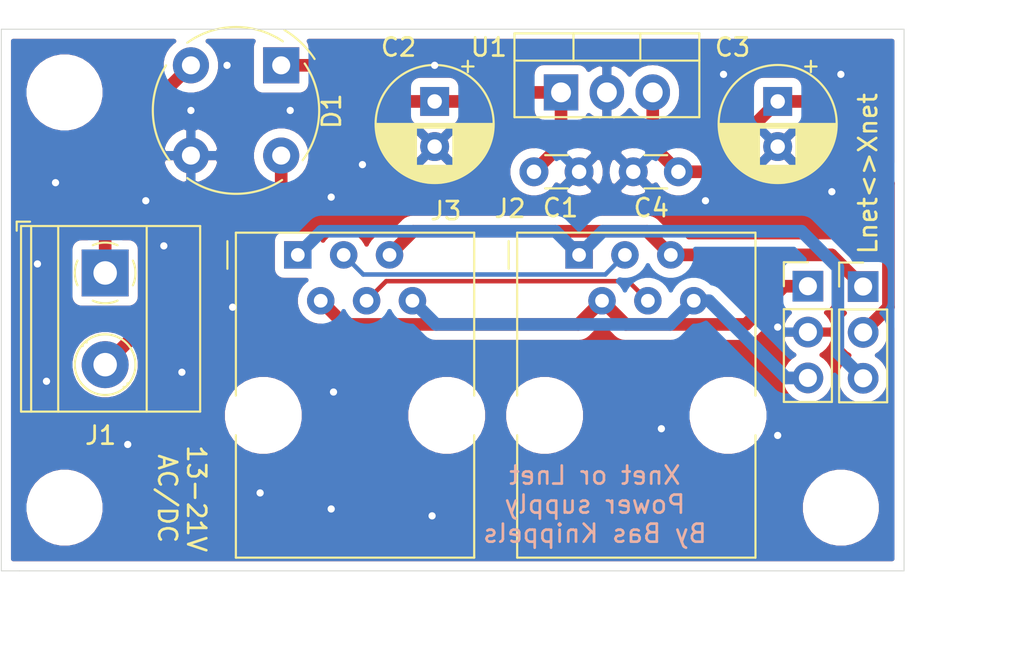
<source format=kicad_pcb>
(kicad_pcb (version 20171130) (host pcbnew "(5.1.12)-1")

  (general
    (thickness 1.6)
    (drawings 10)
    (tracks 77)
    (zones 0)
    (modules 14)
    (nets 12)
  )

  (page A4)
  (layers
    (0 F.Cu signal)
    (31 B.Cu signal)
    (32 B.Adhes user)
    (33 F.Adhes user)
    (34 B.Paste user)
    (35 F.Paste user)
    (36 B.SilkS user)
    (37 F.SilkS user)
    (38 B.Mask user)
    (39 F.Mask user)
    (40 Dwgs.User user)
    (41 Cmts.User user)
    (42 Eco1.User user)
    (43 Eco2.User user)
    (44 Edge.Cuts user)
    (45 Margin user)
    (46 B.CrtYd user)
    (47 F.CrtYd user)
    (48 B.Fab user hide)
    (49 F.Fab user hide)
  )

  (setup
    (last_trace_width 0.7)
    (user_trace_width 0.7)
    (trace_clearance 0.2)
    (zone_clearance 0.508)
    (zone_45_only no)
    (trace_min 0.2)
    (via_size 0.8)
    (via_drill 0.4)
    (via_min_size 0.4)
    (via_min_drill 0.3)
    (uvia_size 0.3)
    (uvia_drill 0.1)
    (uvias_allowed no)
    (uvia_min_size 0.2)
    (uvia_min_drill 0.1)
    (edge_width 0.05)
    (segment_width 0.2)
    (pcb_text_width 0.3)
    (pcb_text_size 1.5 1.5)
    (mod_edge_width 0.12)
    (mod_text_size 1 1)
    (mod_text_width 0.15)
    (pad_size 1.524 1.524)
    (pad_drill 0.762)
    (pad_to_mask_clearance 0)
    (aux_axis_origin 0 0)
    (visible_elements 7FFFFFFF)
    (pcbplotparams
      (layerselection 0x010fc_ffffffff)
      (usegerberextensions false)
      (usegerberattributes true)
      (usegerberadvancedattributes true)
      (creategerberjobfile true)
      (excludeedgelayer true)
      (linewidth 0.100000)
      (plotframeref false)
      (viasonmask false)
      (mode 1)
      (useauxorigin false)
      (hpglpennumber 1)
      (hpglpenspeed 20)
      (hpglpendiameter 15.000000)
      (psnegative false)
      (psa4output false)
      (plotreference true)
      (plotvalue true)
      (plotinvisibletext false)
      (padsonsilk false)
      (subtractmaskfromsilk false)
      (outputformat 1)
      (mirror false)
      (drillshape 1)
      (scaleselection 1)
      (outputdirectory ""))
  )

  (net 0 "")
  (net 1 GND)
  (net 2 "Net-(C1-Pad1)")
  (net 3 +12V)
  (net 4 "Net-(D1-Pad2)")
  (net 5 "Net-(D1-Pad4)")
  (net 6 "Net-(J2-Pad1)")
  (net 7 "Net-(J2-Pad2)")
  (net 8 "Net-(J2-Pad3)")
  (net 9 "Net-(J2-Pad4)")
  (net 10 "Net-(J2-Pad5)")
  (net 11 "Net-(J2-Pad6)")

  (net_class Default "This is the default net class."
    (clearance 0.2)
    (trace_width 0.25)
    (via_dia 0.8)
    (via_drill 0.4)
    (uvia_dia 0.3)
    (uvia_drill 0.1)
    (add_net +12V)
    (add_net GND)
    (add_net "Net-(C1-Pad1)")
    (add_net "Net-(D1-Pad2)")
    (add_net "Net-(D1-Pad4)")
    (add_net "Net-(J2-Pad1)")
    (add_net "Net-(J2-Pad2)")
    (add_net "Net-(J2-Pad3)")
    (add_net "Net-(J2-Pad4)")
    (add_net "Net-(J2-Pad5)")
    (add_net "Net-(J2-Pad6)")
  )

  (module Connector_RJ:RJ12_Amphenol_54601 (layer F.Cu) (tedit 5AE2E32D) (tstamp 6233490B)
    (at 62.92 125.5)
    (descr "RJ12 connector  https://cdn.amphenol-icc.com/media/wysiwyg/files/drawing/c-bmj-0082.pdf")
    (tags "RJ12 connector")
    (path /623400F1)
    (fp_text reference J3 (at 8.2 -2.437) (layer F.SilkS)
      (effects (font (size 1 1) (thickness 0.15)))
    )
    (fp_text value RJ12 (at 3.54 18.3) (layer F.Fab)
      (effects (font (size 1 1) (thickness 0.15)))
    )
    (fp_line (start -3.43 16.77) (end -3.43 0.52) (layer F.Fab) (width 0.1))
    (fp_line (start -3.43 -1.23) (end 9.77 -1.23) (layer F.Fab) (width 0.1))
    (fp_line (start 9.77 -1.23) (end 9.77 16.77) (layer F.Fab) (width 0.1))
    (fp_line (start 9.77 16.77) (end -3.43 16.77) (layer F.Fab) (width 0.1))
    (fp_line (start -4.04 -1.73) (end 10.38 -1.73) (layer F.CrtYd) (width 0.05))
    (fp_line (start 10.38 -1.73) (end 10.38 17.27) (layer F.CrtYd) (width 0.05))
    (fp_line (start 10.38 17.27) (end -4.04 17.27) (layer F.CrtYd) (width 0.05))
    (fp_line (start -4.04 17.27) (end -4.04 -1.73) (layer F.CrtYd) (width 0.05))
    (fp_line (start -3.43 -1.23) (end 9.77 -1.23) (layer F.SilkS) (width 0.12))
    (fp_line (start 9.77 -1.23) (end 9.77 7.79) (layer F.SilkS) (width 0.12))
    (fp_line (start 9.77 16.65) (end 9.77 16.77) (layer F.SilkS) (width 0.1))
    (fp_line (start 9.77 16.77) (end 9.77 9.99) (layer F.SilkS) (width 0.12))
    (fp_line (start 9.77 16.76) (end 9.77 16.77) (layer F.SilkS) (width 0.1))
    (fp_line (start 9.77 16.77) (end -3.43 16.77) (layer F.SilkS) (width 0.12))
    (fp_line (start -3.43 16.77) (end -3.43 9.99) (layer F.SilkS) (width 0.12))
    (fp_line (start -3.43 7.72) (end -3.43 7.79) (layer F.SilkS) (width 0.1))
    (fp_line (start -3.43 7.79) (end -3.43 -1.23) (layer F.SilkS) (width 0.12))
    (fp_line (start -3.9 0.77) (end -3.9 -0.76) (layer F.SilkS) (width 0.12))
    (fp_line (start -3.43 0.52) (end -2.93 0.02) (layer F.Fab) (width 0.1))
    (fp_line (start -2.93 0.02) (end -3.43 -0.48) (layer F.Fab) (width 0.1))
    (fp_line (start -3.43 -0.48) (end -3.43 -1.23) (layer F.Fab) (width 0.1))
    (fp_text user %R (at 3.16 7.76) (layer F.Fab)
      (effects (font (size 1 1) (thickness 0.15)))
    )
    (pad 1 thru_hole rect (at 0 0) (size 1.52 1.52) (drill 0.76) (layers *.Cu *.Mask)
      (net 6 "Net-(J2-Pad1)"))
    (pad "" np_thru_hole circle (at -1.91 8.89) (size 3.25 3.25) (drill 3.25) (layers *.Cu *.Mask))
    (pad 2 thru_hole circle (at 1.27 2.54) (size 1.52 1.52) (drill 0.76) (layers *.Cu *.Mask)
      (net 7 "Net-(J2-Pad2)"))
    (pad 3 thru_hole circle (at 2.54 0) (size 1.52 1.52) (drill 0.76) (layers *.Cu *.Mask)
      (net 8 "Net-(J2-Pad3)"))
    (pad 4 thru_hole circle (at 3.81 2.54) (size 1.52 1.52) (drill 0.76) (layers *.Cu *.Mask)
      (net 9 "Net-(J2-Pad4)"))
    (pad 5 thru_hole circle (at 5.08 0) (size 1.52 1.52) (drill 0.76) (layers *.Cu *.Mask)
      (net 10 "Net-(J2-Pad5)"))
    (pad 6 thru_hole circle (at 6.35 2.54) (size 1.52 1.52) (drill 0.76) (layers *.Cu *.Mask)
      (net 11 "Net-(J2-Pad6)"))
    (pad "" np_thru_hole circle (at 8.25 8.89) (size 3.25 3.25) (drill 3.25) (layers *.Cu *.Mask))
    (model ${KISYS3DMOD}/Connector_RJ.3dshapes/RJ12_Amphenol_54601.wrl
      (at (xyz 0 0 0))
      (scale (xyz 1 1 1))
      (rotate (xyz 0 0 0))
    )
  )

  (module MountingHole:MountingHole_3.2mm_M3 (layer F.Cu) (tedit 56D1B4CB) (tstamp 6233B2E1)
    (at 50 116.5)
    (descr "Mounting Hole 3.2mm, no annular, M3")
    (tags "mounting hole 3.2mm no annular m3")
    (attr virtual)
    (fp_text reference REF** (at 0 -4.2) (layer F.Fab)
      (effects (font (size 1 1) (thickness 0.15)))
    )
    (fp_text value MountingHole_3.2mm_M3 (at 0 4.2) (layer F.Fab)
      (effects (font (size 1 1) (thickness 0.15)))
    )
    (fp_circle (center 0 0) (end 3.45 0) (layer F.CrtYd) (width 0.05))
    (fp_circle (center 0 0) (end 3.2 0) (layer Cmts.User) (width 0.15))
    (fp_text user %R (at 0.3 0) (layer F.Fab)
      (effects (font (size 1 1) (thickness 0.15)))
    )
    (pad 1 np_thru_hole circle (at 0 0) (size 3.2 3.2) (drill 3.2) (layers *.Cu *.Mask))
  )

  (module MountingHole:MountingHole_3.2mm_M3 (layer F.Cu) (tedit 56D1B4CB) (tstamp 6233B2E1)
    (at 50 139.5)
    (descr "Mounting Hole 3.2mm, no annular, M3")
    (tags "mounting hole 3.2mm no annular m3")
    (attr virtual)
    (fp_text reference REF** (at 0 -4.2) (layer F.Fab)
      (effects (font (size 1 1) (thickness 0.15)))
    )
    (fp_text value MountingHole_3.2mm_M3 (at 0 4.2) (layer F.Fab)
      (effects (font (size 1 1) (thickness 0.15)))
    )
    (fp_circle (center 0 0) (end 3.45 0) (layer F.CrtYd) (width 0.05))
    (fp_circle (center 0 0) (end 3.2 0) (layer Cmts.User) (width 0.15))
    (fp_text user %R (at 0.3 0) (layer F.Fab)
      (effects (font (size 1 1) (thickness 0.15)))
    )
    (pad 1 np_thru_hole circle (at 0 0) (size 3.2 3.2) (drill 3.2) (layers *.Cu *.Mask))
  )

  (module MountingHole:MountingHole_3.2mm_M3 (layer F.Cu) (tedit 56D1B4CB) (tstamp 6233B2D1)
    (at 93 139.5)
    (descr "Mounting Hole 3.2mm, no annular, M3")
    (tags "mounting hole 3.2mm no annular m3")
    (attr virtual)
    (fp_text reference REF** (at 0 -4.2) (layer F.Fab)
      (effects (font (size 1 1) (thickness 0.15)))
    )
    (fp_text value MountingHole_3.2mm_M3 (at 0 4.2) (layer F.Fab)
      (effects (font (size 1 1) (thickness 0.15)))
    )
    (fp_circle (center 0 0) (end 3.45 0) (layer F.CrtYd) (width 0.05))
    (fp_circle (center 0 0) (end 3.2 0) (layer Cmts.User) (width 0.15))
    (fp_text user %R (at 0.3 0) (layer F.Fab)
      (effects (font (size 1 1) (thickness 0.15)))
    )
    (pad 1 np_thru_hole circle (at 0 0) (size 3.2 3.2) (drill 3.2) (layers *.Cu *.Mask))
  )

  (module Diode_THT:Diode_Bridge_Round_D9.0mm (layer F.Cu) (tedit 5A4E75FD) (tstamp 6233489B)
    (at 62 115 270)
    (descr "4-lead round diode bridge package, diameter 9.0mm, pin pitch 5.0mm, see https://diotec.com/tl_files/diotec/files/pdf/datasheets/b40r.pdf")
    (tags "diode bridge 9.0mm 8.85mm WOB pitch 5.0mm")
    (path /62343764)
    (fp_text reference D1 (at 2.54 -2.794 90) (layer F.SilkS)
      (effects (font (size 1 1) (thickness 0.15)))
    )
    (fp_text value D_Bridge_+A-A (at 2.794 8.128 90) (layer F.Fab)
      (effects (font (size 1 1) (thickness 0.15)))
    )
    (fp_circle (center 2.5 2.5) (end -1.3 -1.2) (layer F.CrtYd) (width 0.05))
    (fp_arc (start 2.5 2.5) (end -2 2.5) (angle 360) (layer F.Fab) (width 0.12))
    (fp_arc (start 2.5 2.5) (end -0.1 -1.3) (angle 71.12781967) (layer F.SilkS) (width 0.12))
    (fp_arc (start 2.5 2.5) (end 6.35 -0.05) (angle 69.27189832) (layer F.SilkS) (width 0.12))
    (fp_arc (start 2.5 2.5) (end 5.25 6.2) (angle 69.33515029) (layer F.SilkS) (width 0.12))
    (fp_text user %R (at 2.5 2.5 90) (layer F.Fab)
      (effects (font (size 1 1) (thickness 0.15)))
    )
    (fp_arc (start 2.5 2.5) (end -1.25 5.2) (angle 69.7860092) (layer F.SilkS) (width 0.12))
    (fp_arc (start 2.5 2.5) (end -0.35 -1.85) (angle -25.7) (layer F.SilkS) (width 0.12))
    (pad 1 thru_hole rect (at 0 0 270) (size 2 2) (drill 1) (layers *.Cu *.Mask)
      (net 2 "Net-(C1-Pad1)"))
    (pad 3 thru_hole oval (at 5 5 270) (size 2 2) (drill 1) (layers *.Cu *.Mask)
      (net 1 GND))
    (pad 2 thru_hole oval (at 0 5 270) (size 2 2) (drill 1) (layers *.Cu *.Mask)
      (net 4 "Net-(D1-Pad2)"))
    (pad 4 thru_hole oval (at 5 0 270) (size 2 2) (drill 1) (layers *.Cu *.Mask)
      (net 5 "Net-(D1-Pad4)"))
    (model ${KISYS3DMOD}/Diode_THT.3dshapes/Diode_Bridge_Round_D9.0mm.wrl
      (at (xyz 0 0 0))
      (scale (xyz 1 1 1))
      (rotate (xyz 0 0 0))
    )
  )

  (module Package_TO_SOT_THT:TO-220-3_Vertical (layer F.Cu) (tedit 5AC8BA0D) (tstamp 62334953)
    (at 77.5 116.5)
    (descr "TO-220-3, Vertical, RM 2.54mm, see https://www.vishay.com/docs/66542/to-220-1.pdf")
    (tags "TO-220-3 Vertical RM 2.54mm")
    (path /6234664E)
    (fp_text reference U1 (at -4 -2.5 180) (layer F.SilkS)
      (effects (font (size 1 1) (thickness 0.15)))
    )
    (fp_text value LM7812_TO220 (at 2.54 2.5) (layer F.Fab)
      (effects (font (size 1 1) (thickness 0.15)))
    )
    (fp_line (start 7.79 -3.4) (end -2.71 -3.4) (layer F.CrtYd) (width 0.05))
    (fp_line (start 7.79 1.51) (end 7.79 -3.4) (layer F.CrtYd) (width 0.05))
    (fp_line (start -2.71 1.51) (end 7.79 1.51) (layer F.CrtYd) (width 0.05))
    (fp_line (start -2.71 -3.4) (end -2.71 1.51) (layer F.CrtYd) (width 0.05))
    (fp_line (start 4.391 -3.27) (end 4.391 -1.76) (layer F.SilkS) (width 0.12))
    (fp_line (start 0.69 -3.27) (end 0.69 -1.76) (layer F.SilkS) (width 0.12))
    (fp_line (start -2.58 -1.76) (end 7.66 -1.76) (layer F.SilkS) (width 0.12))
    (fp_line (start 7.66 -3.27) (end 7.66 1.371) (layer F.SilkS) (width 0.12))
    (fp_line (start -2.58 -3.27) (end -2.58 1.371) (layer F.SilkS) (width 0.12))
    (fp_line (start -2.58 1.371) (end 7.66 1.371) (layer F.SilkS) (width 0.12))
    (fp_line (start -2.58 -3.27) (end 7.66 -3.27) (layer F.SilkS) (width 0.12))
    (fp_line (start 4.39 -3.15) (end 4.39 -1.88) (layer F.Fab) (width 0.1))
    (fp_line (start 0.69 -3.15) (end 0.69 -1.88) (layer F.Fab) (width 0.1))
    (fp_line (start -2.46 -1.88) (end 7.54 -1.88) (layer F.Fab) (width 0.1))
    (fp_line (start 7.54 -3.15) (end -2.46 -3.15) (layer F.Fab) (width 0.1))
    (fp_line (start 7.54 1.25) (end 7.54 -3.15) (layer F.Fab) (width 0.1))
    (fp_line (start -2.46 1.25) (end 7.54 1.25) (layer F.Fab) (width 0.1))
    (fp_line (start -2.46 -3.15) (end -2.46 1.25) (layer F.Fab) (width 0.1))
    (fp_text user %R (at 2.54 -4.27) (layer F.Fab)
      (effects (font (size 1 1) (thickness 0.15)))
    )
    (pad 3 thru_hole oval (at 5.08 0) (size 1.905 2) (drill 1.1) (layers *.Cu *.Mask)
      (net 3 +12V))
    (pad 2 thru_hole oval (at 2.54 0) (size 1.905 2) (drill 1.1) (layers *.Cu *.Mask)
      (net 1 GND))
    (pad 1 thru_hole rect (at 0 0) (size 1.905 2) (drill 1.1) (layers *.Cu *.Mask)
      (net 2 "Net-(C1-Pad1)"))
    (model ${KISYS3DMOD}/Package_TO_SOT_THT.3dshapes/TO-220-3_Vertical.wrl
      (at (xyz 0 0 0))
      (scale (xyz 1 1 1))
      (rotate (xyz 0 0 0))
    )
  )

  (module Connector_PinHeader_2.54mm:PinHeader_1x03_P2.54mm_Vertical (layer F.Cu) (tedit 59FED5CC) (tstamp 62334939)
    (at 94.234 127.254)
    (descr "Through hole straight pin header, 1x03, 2.54mm pitch, single row")
    (tags "Through hole pin header THT 1x03 2.54mm single row")
    (path /62356735)
    (fp_text reference SW2 (at 0 -2.33) (layer F.Fab)
      (effects (font (size 1 1) (thickness 0.15)))
    )
    (fp_text value SW_SPDT (at 0 7.41) (layer F.Fab)
      (effects (font (size 1 1) (thickness 0.15)))
    )
    (fp_line (start 1.8 -1.8) (end -1.8 -1.8) (layer F.CrtYd) (width 0.05))
    (fp_line (start 1.8 6.85) (end 1.8 -1.8) (layer F.CrtYd) (width 0.05))
    (fp_line (start -1.8 6.85) (end 1.8 6.85) (layer F.CrtYd) (width 0.05))
    (fp_line (start -1.8 -1.8) (end -1.8 6.85) (layer F.CrtYd) (width 0.05))
    (fp_line (start -1.33 -1.33) (end 0 -1.33) (layer F.SilkS) (width 0.12))
    (fp_line (start -1.33 0) (end -1.33 -1.33) (layer F.SilkS) (width 0.12))
    (fp_line (start -1.33 1.27) (end 1.33 1.27) (layer F.SilkS) (width 0.12))
    (fp_line (start 1.33 1.27) (end 1.33 6.41) (layer F.SilkS) (width 0.12))
    (fp_line (start -1.33 1.27) (end -1.33 6.41) (layer F.SilkS) (width 0.12))
    (fp_line (start -1.33 6.41) (end 1.33 6.41) (layer F.SilkS) (width 0.12))
    (fp_line (start -1.27 -0.635) (end -0.635 -1.27) (layer F.Fab) (width 0.1))
    (fp_line (start -1.27 6.35) (end -1.27 -0.635) (layer F.Fab) (width 0.1))
    (fp_line (start 1.27 6.35) (end -1.27 6.35) (layer F.Fab) (width 0.1))
    (fp_line (start 1.27 -1.27) (end 1.27 6.35) (layer F.Fab) (width 0.1))
    (fp_line (start -0.635 -1.27) (end 1.27 -1.27) (layer F.Fab) (width 0.1))
    (fp_text user %R (at 0 2.54 90) (layer F.Fab)
      (effects (font (size 1 1) (thickness 0.15)))
    )
    (pad 3 thru_hole oval (at 0 5.08) (size 1.7 1.7) (drill 1) (layers *.Cu *.Mask)
      (net 6 "Net-(J2-Pad1)"))
    (pad 2 thru_hole oval (at 0 2.54) (size 1.7 1.7) (drill 1) (layers *.Cu *.Mask)
      (net 3 +12V))
    (pad 1 thru_hole rect (at 0 0) (size 1.7 1.7) (drill 1) (layers *.Cu *.Mask)
      (net 10 "Net-(J2-Pad5)"))
    (model ${KISYS3DMOD}/Connector_PinHeader_2.54mm.3dshapes/PinHeader_1x03_P2.54mm_Vertical.wrl
      (at (xyz 0 0 0))
      (scale (xyz 1 1 1))
      (rotate (xyz 0 0 0))
    )
  )

  (module Connector_PinHeader_2.54mm:PinHeader_1x03_P2.54mm_Vertical (layer F.Cu) (tedit 59FED5CC) (tstamp 62334922)
    (at 91.173 127.235)
    (descr "Through hole straight pin header, 1x03, 2.54mm pitch, single row")
    (tags "Through hole pin header THT 1x03 2.54mm single row")
    (path /623518FB)
    (fp_text reference SW1 (at 0 -2.33) (layer F.Fab)
      (effects (font (size 1 1) (thickness 0.15)))
    )
    (fp_text value SW_SPDT (at 0 7.41) (layer F.Fab)
      (effects (font (size 1 1) (thickness 0.15)))
    )
    (fp_line (start 1.8 -1.8) (end -1.8 -1.8) (layer F.CrtYd) (width 0.05))
    (fp_line (start 1.8 6.85) (end 1.8 -1.8) (layer F.CrtYd) (width 0.05))
    (fp_line (start -1.8 6.85) (end 1.8 6.85) (layer F.CrtYd) (width 0.05))
    (fp_line (start -1.8 -1.8) (end -1.8 6.85) (layer F.CrtYd) (width 0.05))
    (fp_line (start -1.33 -1.33) (end 0 -1.33) (layer F.SilkS) (width 0.12))
    (fp_line (start -1.33 0) (end -1.33 -1.33) (layer F.SilkS) (width 0.12))
    (fp_line (start -1.33 1.27) (end 1.33 1.27) (layer F.SilkS) (width 0.12))
    (fp_line (start 1.33 1.27) (end 1.33 6.41) (layer F.SilkS) (width 0.12))
    (fp_line (start -1.33 1.27) (end -1.33 6.41) (layer F.SilkS) (width 0.12))
    (fp_line (start -1.33 6.41) (end 1.33 6.41) (layer F.SilkS) (width 0.12))
    (fp_line (start -1.27 -0.635) (end -0.635 -1.27) (layer F.Fab) (width 0.1))
    (fp_line (start -1.27 6.35) (end -1.27 -0.635) (layer F.Fab) (width 0.1))
    (fp_line (start 1.27 6.35) (end -1.27 6.35) (layer F.Fab) (width 0.1))
    (fp_line (start 1.27 -1.27) (end 1.27 6.35) (layer F.Fab) (width 0.1))
    (fp_line (start -0.635 -1.27) (end 1.27 -1.27) (layer F.Fab) (width 0.1))
    (fp_text user %R (at 0 2.54 90) (layer F.Fab)
      (effects (font (size 1 1) (thickness 0.15)))
    )
    (pad 3 thru_hole oval (at 0 5.08) (size 1.7 1.7) (drill 1) (layers *.Cu *.Mask)
      (net 11 "Net-(J2-Pad6)"))
    (pad 2 thru_hole oval (at 0 2.54) (size 1.7 1.7) (drill 1) (layers *.Cu *.Mask)
      (net 1 GND))
    (pad 1 thru_hole rect (at 0 0) (size 1.7 1.7) (drill 1) (layers *.Cu *.Mask)
      (net 7 "Net-(J2-Pad2)"))
    (model ${KISYS3DMOD}/Connector_PinHeader_2.54mm.3dshapes/PinHeader_1x03_P2.54mm_Vertical.wrl
      (at (xyz 0 0 0))
      (scale (xyz 1 1 1))
      (rotate (xyz 0 0 0))
    )
  )

  (module Connector_RJ:RJ12_Amphenol_54601 (layer F.Cu) (tedit 5AE2E32D) (tstamp 623348E9)
    (at 78.5 125.5)
    (descr "RJ12 connector  https://cdn.amphenol-icc.com/media/wysiwyg/files/drawing/c-bmj-0082.pdf")
    (tags "RJ12 connector")
    (path /6233FC13)
    (fp_text reference J2 (at -3.824 -2.564) (layer F.SilkS)
      (effects (font (size 1 1) (thickness 0.15)))
    )
    (fp_text value RJ12 (at 3.54 18.3) (layer F.Fab)
      (effects (font (size 1 1) (thickness 0.15)))
    )
    (fp_line (start -3.43 16.77) (end -3.43 0.52) (layer F.Fab) (width 0.1))
    (fp_line (start -3.43 -1.23) (end 9.77 -1.23) (layer F.Fab) (width 0.1))
    (fp_line (start 9.77 -1.23) (end 9.77 16.77) (layer F.Fab) (width 0.1))
    (fp_line (start 9.77 16.77) (end -3.43 16.77) (layer F.Fab) (width 0.1))
    (fp_line (start -4.04 -1.73) (end 10.38 -1.73) (layer F.CrtYd) (width 0.05))
    (fp_line (start 10.38 -1.73) (end 10.38 17.27) (layer F.CrtYd) (width 0.05))
    (fp_line (start 10.38 17.27) (end -4.04 17.27) (layer F.CrtYd) (width 0.05))
    (fp_line (start -4.04 17.27) (end -4.04 -1.73) (layer F.CrtYd) (width 0.05))
    (fp_line (start -3.43 -1.23) (end 9.77 -1.23) (layer F.SilkS) (width 0.12))
    (fp_line (start 9.77 -1.23) (end 9.77 7.79) (layer F.SilkS) (width 0.12))
    (fp_line (start 9.77 16.65) (end 9.77 16.77) (layer F.SilkS) (width 0.1))
    (fp_line (start 9.77 16.77) (end 9.77 9.99) (layer F.SilkS) (width 0.12))
    (fp_line (start 9.77 16.76) (end 9.77 16.77) (layer F.SilkS) (width 0.1))
    (fp_line (start 9.77 16.77) (end -3.43 16.77) (layer F.SilkS) (width 0.12))
    (fp_line (start -3.43 16.77) (end -3.43 9.99) (layer F.SilkS) (width 0.12))
    (fp_line (start -3.43 7.72) (end -3.43 7.79) (layer F.SilkS) (width 0.1))
    (fp_line (start -3.43 7.79) (end -3.43 -1.23) (layer F.SilkS) (width 0.12))
    (fp_line (start -3.9 0.77) (end -3.9 -0.76) (layer F.SilkS) (width 0.12))
    (fp_line (start -3.43 0.52) (end -2.93 0.02) (layer F.Fab) (width 0.1))
    (fp_line (start -2.93 0.02) (end -3.43 -0.48) (layer F.Fab) (width 0.1))
    (fp_line (start -3.43 -0.48) (end -3.43 -1.23) (layer F.Fab) (width 0.1))
    (fp_text user %R (at 3.16 7.76) (layer F.Fab)
      (effects (font (size 1 1) (thickness 0.15)))
    )
    (pad 1 thru_hole rect (at 0 0) (size 1.52 1.52) (drill 0.76) (layers *.Cu *.Mask)
      (net 6 "Net-(J2-Pad1)"))
    (pad "" np_thru_hole circle (at -1.91 8.89) (size 3.25 3.25) (drill 3.25) (layers *.Cu *.Mask))
    (pad 2 thru_hole circle (at 1.27 2.54) (size 1.52 1.52) (drill 0.76) (layers *.Cu *.Mask)
      (net 7 "Net-(J2-Pad2)"))
    (pad 3 thru_hole circle (at 2.54 0) (size 1.52 1.52) (drill 0.76) (layers *.Cu *.Mask)
      (net 8 "Net-(J2-Pad3)"))
    (pad 4 thru_hole circle (at 3.81 2.54) (size 1.52 1.52) (drill 0.76) (layers *.Cu *.Mask)
      (net 9 "Net-(J2-Pad4)"))
    (pad 5 thru_hole circle (at 5.08 0) (size 1.52 1.52) (drill 0.76) (layers *.Cu *.Mask)
      (net 10 "Net-(J2-Pad5)"))
    (pad 6 thru_hole circle (at 6.35 2.54) (size 1.52 1.52) (drill 0.76) (layers *.Cu *.Mask)
      (net 11 "Net-(J2-Pad6)"))
    (pad "" np_thru_hole circle (at 8.25 8.89) (size 3.25 3.25) (drill 3.25) (layers *.Cu *.Mask))
    (model ${KISYS3DMOD}/Connector_RJ.3dshapes/RJ12_Amphenol_54601.wrl
      (at (xyz 0 0 0))
      (scale (xyz 1 1 1))
      (rotate (xyz 0 0 0))
    )
  )

  (module TerminalBlock_Phoenix:TerminalBlock_Phoenix_MKDS-1,5-2-5.08_1x02_P5.08mm_Horizontal (layer F.Cu) (tedit 5B294EBC) (tstamp 623348C7)
    (at 52.25 126.5 270)
    (descr "Terminal Block Phoenix MKDS-1,5-2-5.08, 2 pins, pitch 5.08mm, size 10.2x9.8mm^2, drill diamater 1.3mm, pad diameter 2.6mm, see http://www.farnell.com/datasheets/100425.pdf, script-generated using https://github.com/pointhi/kicad-footprint-generator/scripts/TerminalBlock_Phoenix")
    (tags "THT Terminal Block Phoenix MKDS-1,5-2-5.08 pitch 5.08mm size 10.2x9.8mm^2 drill 1.3mm pad 2.6mm")
    (path /623421CD)
    (fp_text reference J1 (at 9 0.25 180) (layer F.SilkS)
      (effects (font (size 1 1) (thickness 0.15)))
    )
    (fp_text value power (at 2.54 5.66 90) (layer F.Fab)
      (effects (font (size 1 1) (thickness 0.15)))
    )
    (fp_line (start 8.13 -5.71) (end -3.04 -5.71) (layer F.CrtYd) (width 0.05))
    (fp_line (start 8.13 5.1) (end 8.13 -5.71) (layer F.CrtYd) (width 0.05))
    (fp_line (start -3.04 5.1) (end 8.13 5.1) (layer F.CrtYd) (width 0.05))
    (fp_line (start -3.04 -5.71) (end -3.04 5.1) (layer F.CrtYd) (width 0.05))
    (fp_line (start -2.84 4.9) (end -2.34 4.9) (layer F.SilkS) (width 0.12))
    (fp_line (start -2.84 4.16) (end -2.84 4.9) (layer F.SilkS) (width 0.12))
    (fp_line (start 3.853 1.023) (end 3.806 1.069) (layer F.SilkS) (width 0.12))
    (fp_line (start 6.15 -1.275) (end 6.115 -1.239) (layer F.SilkS) (width 0.12))
    (fp_line (start 4.046 1.239) (end 4.011 1.274) (layer F.SilkS) (width 0.12))
    (fp_line (start 6.355 -1.069) (end 6.308 -1.023) (layer F.SilkS) (width 0.12))
    (fp_line (start 6.035 -1.138) (end 3.943 0.955) (layer F.Fab) (width 0.1))
    (fp_line (start 6.218 -0.955) (end 4.126 1.138) (layer F.Fab) (width 0.1))
    (fp_line (start 0.955 -1.138) (end -1.138 0.955) (layer F.Fab) (width 0.1))
    (fp_line (start 1.138 -0.955) (end -0.955 1.138) (layer F.Fab) (width 0.1))
    (fp_line (start 7.68 -5.261) (end 7.68 4.66) (layer F.SilkS) (width 0.12))
    (fp_line (start -2.6 -5.261) (end -2.6 4.66) (layer F.SilkS) (width 0.12))
    (fp_line (start -2.6 4.66) (end 7.68 4.66) (layer F.SilkS) (width 0.12))
    (fp_line (start -2.6 -5.261) (end 7.68 -5.261) (layer F.SilkS) (width 0.12))
    (fp_line (start -2.6 -2.301) (end 7.68 -2.301) (layer F.SilkS) (width 0.12))
    (fp_line (start -2.54 -2.3) (end 7.62 -2.3) (layer F.Fab) (width 0.1))
    (fp_line (start -2.6 2.6) (end 7.68 2.6) (layer F.SilkS) (width 0.12))
    (fp_line (start -2.54 2.6) (end 7.62 2.6) (layer F.Fab) (width 0.1))
    (fp_line (start -2.6 4.1) (end 7.68 4.1) (layer F.SilkS) (width 0.12))
    (fp_line (start -2.54 4.1) (end 7.62 4.1) (layer F.Fab) (width 0.1))
    (fp_line (start -2.54 4.1) (end -2.54 -5.2) (layer F.Fab) (width 0.1))
    (fp_line (start -2.04 4.6) (end -2.54 4.1) (layer F.Fab) (width 0.1))
    (fp_line (start 7.62 4.6) (end -2.04 4.6) (layer F.Fab) (width 0.1))
    (fp_line (start 7.62 -5.2) (end 7.62 4.6) (layer F.Fab) (width 0.1))
    (fp_line (start -2.54 -5.2) (end 7.62 -5.2) (layer F.Fab) (width 0.1))
    (fp_circle (center 5.08 0) (end 6.76 0) (layer F.SilkS) (width 0.12))
    (fp_circle (center 5.08 0) (end 6.58 0) (layer F.Fab) (width 0.1))
    (fp_circle (center 0 0) (end 1.5 0) (layer F.Fab) (width 0.1))
    (fp_text user %R (at 2.54 3.2 90) (layer F.Fab)
      (effects (font (size 1 1) (thickness 0.15)))
    )
    (fp_arc (start 0 0) (end -0.684 1.535) (angle -25) (layer F.SilkS) (width 0.12))
    (fp_arc (start 0 0) (end -1.535 -0.684) (angle -48) (layer F.SilkS) (width 0.12))
    (fp_arc (start 0 0) (end 0.684 -1.535) (angle -48) (layer F.SilkS) (width 0.12))
    (fp_arc (start 0 0) (end 1.535 0.684) (angle -48) (layer F.SilkS) (width 0.12))
    (fp_arc (start 0 0) (end 0 1.68) (angle -24) (layer F.SilkS) (width 0.12))
    (pad 2 thru_hole circle (at 5.08 0 270) (size 2.6 2.6) (drill 1.3) (layers *.Cu *.Mask)
      (net 5 "Net-(D1-Pad4)"))
    (pad 1 thru_hole rect (at 0 0 270) (size 2.6 2.6) (drill 1.3) (layers *.Cu *.Mask)
      (net 4 "Net-(D1-Pad2)"))
    (model ${KISYS3DMOD}/TerminalBlock_Phoenix.3dshapes/TerminalBlock_Phoenix_MKDS-1,5-2-5.08_1x02_P5.08mm_Horizontal.wrl
      (at (xyz 0 0 0))
      (scale (xyz 1 1 1))
      (rotate (xyz 0 0 0))
    )
  )

  (module Capacitor_THT:C_Disc_D3.0mm_W1.6mm_P2.50mm (layer F.Cu) (tedit 5AE50EF0) (tstamp 6233488B)
    (at 84 120.897 180)
    (descr "C, Disc series, Radial, pin pitch=2.50mm, , diameter*width=3.0*1.6mm^2, Capacitor, http://www.vishay.com/docs/45233/krseries.pdf")
    (tags "C Disc series Radial pin pitch 2.50mm  diameter 3.0mm width 1.6mm Capacitor")
    (path /62347F22)
    (fp_text reference C4 (at 1.5 -2) (layer F.SilkS)
      (effects (font (size 1 1) (thickness 0.15)))
    )
    (fp_text value C (at 1.25 2.05) (layer F.Fab)
      (effects (font (size 1 1) (thickness 0.15)))
    )
    (fp_line (start 3.55 -1.05) (end -1.05 -1.05) (layer F.CrtYd) (width 0.05))
    (fp_line (start 3.55 1.05) (end 3.55 -1.05) (layer F.CrtYd) (width 0.05))
    (fp_line (start -1.05 1.05) (end 3.55 1.05) (layer F.CrtYd) (width 0.05))
    (fp_line (start -1.05 -1.05) (end -1.05 1.05) (layer F.CrtYd) (width 0.05))
    (fp_line (start 0.621 0.92) (end 1.879 0.92) (layer F.SilkS) (width 0.12))
    (fp_line (start 0.621 -0.92) (end 1.879 -0.92) (layer F.SilkS) (width 0.12))
    (fp_line (start 2.75 -0.8) (end -0.25 -0.8) (layer F.Fab) (width 0.1))
    (fp_line (start 2.75 0.8) (end 2.75 -0.8) (layer F.Fab) (width 0.1))
    (fp_line (start -0.25 0.8) (end 2.75 0.8) (layer F.Fab) (width 0.1))
    (fp_line (start -0.25 -0.8) (end -0.25 0.8) (layer F.Fab) (width 0.1))
    (fp_text user %R (at 1.25 0) (layer F.Fab)
      (effects (font (size 0.6 0.6) (thickness 0.09)))
    )
    (pad 2 thru_hole circle (at 2.5 0 180) (size 1.6 1.6) (drill 0.8) (layers *.Cu *.Mask)
      (net 1 GND))
    (pad 1 thru_hole circle (at 0 0 180) (size 1.6 1.6) (drill 0.8) (layers *.Cu *.Mask)
      (net 3 +12V))
    (model ${KISYS3DMOD}/Capacitor_THT.3dshapes/C_Disc_D3.0mm_W1.6mm_P2.50mm.wrl
      (at (xyz 0 0 0))
      (scale (xyz 1 1 1))
      (rotate (xyz 0 0 0))
    )
  )

  (module Capacitor_THT:CP_Radial_D6.3mm_P2.50mm (layer F.Cu) (tedit 5AE50EF0) (tstamp 6233487A)
    (at 89.5 117 270)
    (descr "CP, Radial series, Radial, pin pitch=2.50mm, , diameter=6.3mm, Electrolytic Capacitor")
    (tags "CP Radial series Radial pin pitch 2.50mm  diameter 6.3mm Electrolytic Capacitor")
    (path /62347468)
    (fp_text reference C3 (at -3 2.5 180) (layer F.SilkS)
      (effects (font (size 1 1) (thickness 0.15)))
    )
    (fp_text value CP (at 1.25 4.4 90) (layer F.Fab)
      (effects (font (size 1 1) (thickness 0.15)))
    )
    (fp_line (start -1.935241 -2.154) (end -1.935241 -1.524) (layer F.SilkS) (width 0.12))
    (fp_line (start -2.250241 -1.839) (end -1.620241 -1.839) (layer F.SilkS) (width 0.12))
    (fp_line (start 4.491 -0.402) (end 4.491 0.402) (layer F.SilkS) (width 0.12))
    (fp_line (start 4.451 -0.633) (end 4.451 0.633) (layer F.SilkS) (width 0.12))
    (fp_line (start 4.411 -0.802) (end 4.411 0.802) (layer F.SilkS) (width 0.12))
    (fp_line (start 4.371 -0.94) (end 4.371 0.94) (layer F.SilkS) (width 0.12))
    (fp_line (start 4.331 -1.059) (end 4.331 1.059) (layer F.SilkS) (width 0.12))
    (fp_line (start 4.291 -1.165) (end 4.291 1.165) (layer F.SilkS) (width 0.12))
    (fp_line (start 4.251 -1.262) (end 4.251 1.262) (layer F.SilkS) (width 0.12))
    (fp_line (start 4.211 -1.35) (end 4.211 1.35) (layer F.SilkS) (width 0.12))
    (fp_line (start 4.171 -1.432) (end 4.171 1.432) (layer F.SilkS) (width 0.12))
    (fp_line (start 4.131 -1.509) (end 4.131 1.509) (layer F.SilkS) (width 0.12))
    (fp_line (start 4.091 -1.581) (end 4.091 1.581) (layer F.SilkS) (width 0.12))
    (fp_line (start 4.051 -1.65) (end 4.051 1.65) (layer F.SilkS) (width 0.12))
    (fp_line (start 4.011 -1.714) (end 4.011 1.714) (layer F.SilkS) (width 0.12))
    (fp_line (start 3.971 -1.776) (end 3.971 1.776) (layer F.SilkS) (width 0.12))
    (fp_line (start 3.931 -1.834) (end 3.931 1.834) (layer F.SilkS) (width 0.12))
    (fp_line (start 3.891 -1.89) (end 3.891 1.89) (layer F.SilkS) (width 0.12))
    (fp_line (start 3.851 -1.944) (end 3.851 1.944) (layer F.SilkS) (width 0.12))
    (fp_line (start 3.811 -1.995) (end 3.811 1.995) (layer F.SilkS) (width 0.12))
    (fp_line (start 3.771 -2.044) (end 3.771 2.044) (layer F.SilkS) (width 0.12))
    (fp_line (start 3.731 -2.092) (end 3.731 2.092) (layer F.SilkS) (width 0.12))
    (fp_line (start 3.691 -2.137) (end 3.691 2.137) (layer F.SilkS) (width 0.12))
    (fp_line (start 3.651 -2.182) (end 3.651 2.182) (layer F.SilkS) (width 0.12))
    (fp_line (start 3.611 -2.224) (end 3.611 2.224) (layer F.SilkS) (width 0.12))
    (fp_line (start 3.571 -2.265) (end 3.571 2.265) (layer F.SilkS) (width 0.12))
    (fp_line (start 3.531 1.04) (end 3.531 2.305) (layer F.SilkS) (width 0.12))
    (fp_line (start 3.531 -2.305) (end 3.531 -1.04) (layer F.SilkS) (width 0.12))
    (fp_line (start 3.491 1.04) (end 3.491 2.343) (layer F.SilkS) (width 0.12))
    (fp_line (start 3.491 -2.343) (end 3.491 -1.04) (layer F.SilkS) (width 0.12))
    (fp_line (start 3.451 1.04) (end 3.451 2.38) (layer F.SilkS) (width 0.12))
    (fp_line (start 3.451 -2.38) (end 3.451 -1.04) (layer F.SilkS) (width 0.12))
    (fp_line (start 3.411 1.04) (end 3.411 2.416) (layer F.SilkS) (width 0.12))
    (fp_line (start 3.411 -2.416) (end 3.411 -1.04) (layer F.SilkS) (width 0.12))
    (fp_line (start 3.371 1.04) (end 3.371 2.45) (layer F.SilkS) (width 0.12))
    (fp_line (start 3.371 -2.45) (end 3.371 -1.04) (layer F.SilkS) (width 0.12))
    (fp_line (start 3.331 1.04) (end 3.331 2.484) (layer F.SilkS) (width 0.12))
    (fp_line (start 3.331 -2.484) (end 3.331 -1.04) (layer F.SilkS) (width 0.12))
    (fp_line (start 3.291 1.04) (end 3.291 2.516) (layer F.SilkS) (width 0.12))
    (fp_line (start 3.291 -2.516) (end 3.291 -1.04) (layer F.SilkS) (width 0.12))
    (fp_line (start 3.251 1.04) (end 3.251 2.548) (layer F.SilkS) (width 0.12))
    (fp_line (start 3.251 -2.548) (end 3.251 -1.04) (layer F.SilkS) (width 0.12))
    (fp_line (start 3.211 1.04) (end 3.211 2.578) (layer F.SilkS) (width 0.12))
    (fp_line (start 3.211 -2.578) (end 3.211 -1.04) (layer F.SilkS) (width 0.12))
    (fp_line (start 3.171 1.04) (end 3.171 2.607) (layer F.SilkS) (width 0.12))
    (fp_line (start 3.171 -2.607) (end 3.171 -1.04) (layer F.SilkS) (width 0.12))
    (fp_line (start 3.131 1.04) (end 3.131 2.636) (layer F.SilkS) (width 0.12))
    (fp_line (start 3.131 -2.636) (end 3.131 -1.04) (layer F.SilkS) (width 0.12))
    (fp_line (start 3.091 1.04) (end 3.091 2.664) (layer F.SilkS) (width 0.12))
    (fp_line (start 3.091 -2.664) (end 3.091 -1.04) (layer F.SilkS) (width 0.12))
    (fp_line (start 3.051 1.04) (end 3.051 2.69) (layer F.SilkS) (width 0.12))
    (fp_line (start 3.051 -2.69) (end 3.051 -1.04) (layer F.SilkS) (width 0.12))
    (fp_line (start 3.011 1.04) (end 3.011 2.716) (layer F.SilkS) (width 0.12))
    (fp_line (start 3.011 -2.716) (end 3.011 -1.04) (layer F.SilkS) (width 0.12))
    (fp_line (start 2.971 1.04) (end 2.971 2.742) (layer F.SilkS) (width 0.12))
    (fp_line (start 2.971 -2.742) (end 2.971 -1.04) (layer F.SilkS) (width 0.12))
    (fp_line (start 2.931 1.04) (end 2.931 2.766) (layer F.SilkS) (width 0.12))
    (fp_line (start 2.931 -2.766) (end 2.931 -1.04) (layer F.SilkS) (width 0.12))
    (fp_line (start 2.891 1.04) (end 2.891 2.79) (layer F.SilkS) (width 0.12))
    (fp_line (start 2.891 -2.79) (end 2.891 -1.04) (layer F.SilkS) (width 0.12))
    (fp_line (start 2.851 1.04) (end 2.851 2.812) (layer F.SilkS) (width 0.12))
    (fp_line (start 2.851 -2.812) (end 2.851 -1.04) (layer F.SilkS) (width 0.12))
    (fp_line (start 2.811 1.04) (end 2.811 2.834) (layer F.SilkS) (width 0.12))
    (fp_line (start 2.811 -2.834) (end 2.811 -1.04) (layer F.SilkS) (width 0.12))
    (fp_line (start 2.771 1.04) (end 2.771 2.856) (layer F.SilkS) (width 0.12))
    (fp_line (start 2.771 -2.856) (end 2.771 -1.04) (layer F.SilkS) (width 0.12))
    (fp_line (start 2.731 1.04) (end 2.731 2.876) (layer F.SilkS) (width 0.12))
    (fp_line (start 2.731 -2.876) (end 2.731 -1.04) (layer F.SilkS) (width 0.12))
    (fp_line (start 2.691 1.04) (end 2.691 2.896) (layer F.SilkS) (width 0.12))
    (fp_line (start 2.691 -2.896) (end 2.691 -1.04) (layer F.SilkS) (width 0.12))
    (fp_line (start 2.651 1.04) (end 2.651 2.916) (layer F.SilkS) (width 0.12))
    (fp_line (start 2.651 -2.916) (end 2.651 -1.04) (layer F.SilkS) (width 0.12))
    (fp_line (start 2.611 1.04) (end 2.611 2.934) (layer F.SilkS) (width 0.12))
    (fp_line (start 2.611 -2.934) (end 2.611 -1.04) (layer F.SilkS) (width 0.12))
    (fp_line (start 2.571 1.04) (end 2.571 2.952) (layer F.SilkS) (width 0.12))
    (fp_line (start 2.571 -2.952) (end 2.571 -1.04) (layer F.SilkS) (width 0.12))
    (fp_line (start 2.531 1.04) (end 2.531 2.97) (layer F.SilkS) (width 0.12))
    (fp_line (start 2.531 -2.97) (end 2.531 -1.04) (layer F.SilkS) (width 0.12))
    (fp_line (start 2.491 1.04) (end 2.491 2.986) (layer F.SilkS) (width 0.12))
    (fp_line (start 2.491 -2.986) (end 2.491 -1.04) (layer F.SilkS) (width 0.12))
    (fp_line (start 2.451 1.04) (end 2.451 3.002) (layer F.SilkS) (width 0.12))
    (fp_line (start 2.451 -3.002) (end 2.451 -1.04) (layer F.SilkS) (width 0.12))
    (fp_line (start 2.411 1.04) (end 2.411 3.018) (layer F.SilkS) (width 0.12))
    (fp_line (start 2.411 -3.018) (end 2.411 -1.04) (layer F.SilkS) (width 0.12))
    (fp_line (start 2.371 1.04) (end 2.371 3.033) (layer F.SilkS) (width 0.12))
    (fp_line (start 2.371 -3.033) (end 2.371 -1.04) (layer F.SilkS) (width 0.12))
    (fp_line (start 2.331 1.04) (end 2.331 3.047) (layer F.SilkS) (width 0.12))
    (fp_line (start 2.331 -3.047) (end 2.331 -1.04) (layer F.SilkS) (width 0.12))
    (fp_line (start 2.291 1.04) (end 2.291 3.061) (layer F.SilkS) (width 0.12))
    (fp_line (start 2.291 -3.061) (end 2.291 -1.04) (layer F.SilkS) (width 0.12))
    (fp_line (start 2.251 1.04) (end 2.251 3.074) (layer F.SilkS) (width 0.12))
    (fp_line (start 2.251 -3.074) (end 2.251 -1.04) (layer F.SilkS) (width 0.12))
    (fp_line (start 2.211 1.04) (end 2.211 3.086) (layer F.SilkS) (width 0.12))
    (fp_line (start 2.211 -3.086) (end 2.211 -1.04) (layer F.SilkS) (width 0.12))
    (fp_line (start 2.171 1.04) (end 2.171 3.098) (layer F.SilkS) (width 0.12))
    (fp_line (start 2.171 -3.098) (end 2.171 -1.04) (layer F.SilkS) (width 0.12))
    (fp_line (start 2.131 1.04) (end 2.131 3.11) (layer F.SilkS) (width 0.12))
    (fp_line (start 2.131 -3.11) (end 2.131 -1.04) (layer F.SilkS) (width 0.12))
    (fp_line (start 2.091 1.04) (end 2.091 3.121) (layer F.SilkS) (width 0.12))
    (fp_line (start 2.091 -3.121) (end 2.091 -1.04) (layer F.SilkS) (width 0.12))
    (fp_line (start 2.051 1.04) (end 2.051 3.131) (layer F.SilkS) (width 0.12))
    (fp_line (start 2.051 -3.131) (end 2.051 -1.04) (layer F.SilkS) (width 0.12))
    (fp_line (start 2.011 1.04) (end 2.011 3.141) (layer F.SilkS) (width 0.12))
    (fp_line (start 2.011 -3.141) (end 2.011 -1.04) (layer F.SilkS) (width 0.12))
    (fp_line (start 1.971 1.04) (end 1.971 3.15) (layer F.SilkS) (width 0.12))
    (fp_line (start 1.971 -3.15) (end 1.971 -1.04) (layer F.SilkS) (width 0.12))
    (fp_line (start 1.93 1.04) (end 1.93 3.159) (layer F.SilkS) (width 0.12))
    (fp_line (start 1.93 -3.159) (end 1.93 -1.04) (layer F.SilkS) (width 0.12))
    (fp_line (start 1.89 1.04) (end 1.89 3.167) (layer F.SilkS) (width 0.12))
    (fp_line (start 1.89 -3.167) (end 1.89 -1.04) (layer F.SilkS) (width 0.12))
    (fp_line (start 1.85 1.04) (end 1.85 3.175) (layer F.SilkS) (width 0.12))
    (fp_line (start 1.85 -3.175) (end 1.85 -1.04) (layer F.SilkS) (width 0.12))
    (fp_line (start 1.81 1.04) (end 1.81 3.182) (layer F.SilkS) (width 0.12))
    (fp_line (start 1.81 -3.182) (end 1.81 -1.04) (layer F.SilkS) (width 0.12))
    (fp_line (start 1.77 1.04) (end 1.77 3.189) (layer F.SilkS) (width 0.12))
    (fp_line (start 1.77 -3.189) (end 1.77 -1.04) (layer F.SilkS) (width 0.12))
    (fp_line (start 1.73 1.04) (end 1.73 3.195) (layer F.SilkS) (width 0.12))
    (fp_line (start 1.73 -3.195) (end 1.73 -1.04) (layer F.SilkS) (width 0.12))
    (fp_line (start 1.69 1.04) (end 1.69 3.201) (layer F.SilkS) (width 0.12))
    (fp_line (start 1.69 -3.201) (end 1.69 -1.04) (layer F.SilkS) (width 0.12))
    (fp_line (start 1.65 1.04) (end 1.65 3.206) (layer F.SilkS) (width 0.12))
    (fp_line (start 1.65 -3.206) (end 1.65 -1.04) (layer F.SilkS) (width 0.12))
    (fp_line (start 1.61 1.04) (end 1.61 3.211) (layer F.SilkS) (width 0.12))
    (fp_line (start 1.61 -3.211) (end 1.61 -1.04) (layer F.SilkS) (width 0.12))
    (fp_line (start 1.57 1.04) (end 1.57 3.215) (layer F.SilkS) (width 0.12))
    (fp_line (start 1.57 -3.215) (end 1.57 -1.04) (layer F.SilkS) (width 0.12))
    (fp_line (start 1.53 1.04) (end 1.53 3.218) (layer F.SilkS) (width 0.12))
    (fp_line (start 1.53 -3.218) (end 1.53 -1.04) (layer F.SilkS) (width 0.12))
    (fp_line (start 1.49 1.04) (end 1.49 3.222) (layer F.SilkS) (width 0.12))
    (fp_line (start 1.49 -3.222) (end 1.49 -1.04) (layer F.SilkS) (width 0.12))
    (fp_line (start 1.45 -3.224) (end 1.45 3.224) (layer F.SilkS) (width 0.12))
    (fp_line (start 1.41 -3.227) (end 1.41 3.227) (layer F.SilkS) (width 0.12))
    (fp_line (start 1.37 -3.228) (end 1.37 3.228) (layer F.SilkS) (width 0.12))
    (fp_line (start 1.33 -3.23) (end 1.33 3.23) (layer F.SilkS) (width 0.12))
    (fp_line (start 1.29 -3.23) (end 1.29 3.23) (layer F.SilkS) (width 0.12))
    (fp_line (start 1.25 -3.23) (end 1.25 3.23) (layer F.SilkS) (width 0.12))
    (fp_line (start -1.128972 -1.6885) (end -1.128972 -1.0585) (layer F.Fab) (width 0.1))
    (fp_line (start -1.443972 -1.3735) (end -0.813972 -1.3735) (layer F.Fab) (width 0.1))
    (fp_circle (center 1.25 0) (end 4.65 0) (layer F.CrtYd) (width 0.05))
    (fp_circle (center 1.25 0) (end 4.52 0) (layer F.SilkS) (width 0.12))
    (fp_circle (center 1.25 0) (end 4.4 0) (layer F.Fab) (width 0.1))
    (fp_text user %R (at 1.25 0 90) (layer F.Fab)
      (effects (font (size 1 1) (thickness 0.15)))
    )
    (pad 2 thru_hole circle (at 2.5 0 270) (size 1.6 1.6) (drill 0.8) (layers *.Cu *.Mask)
      (net 1 GND))
    (pad 1 thru_hole rect (at 0 0 270) (size 1.6 1.6) (drill 0.8) (layers *.Cu *.Mask)
      (net 3 +12V))
    (model ${KISYS3DMOD}/Capacitor_THT.3dshapes/CP_Radial_D6.3mm_P2.50mm.wrl
      (at (xyz 0 0 0))
      (scale (xyz 1 1 1))
      (rotate (xyz 0 0 0))
    )
  )

  (module Capacitor_THT:CP_Radial_D6.3mm_P2.50mm (layer F.Cu) (tedit 5AE50EF0) (tstamp 623347E6)
    (at 70.5 117 270)
    (descr "CP, Radial series, Radial, pin pitch=2.50mm, , diameter=6.3mm, Electrolytic Capacitor")
    (tags "CP Radial series Radial pin pitch 2.50mm  diameter 6.3mm Electrolytic Capacitor")
    (path /62347053)
    (fp_text reference C2 (at -3 2 180) (layer F.SilkS)
      (effects (font (size 1 1) (thickness 0.15)))
    )
    (fp_text value CP (at 1.25 4.4 90) (layer F.Fab)
      (effects (font (size 1 1) (thickness 0.15)))
    )
    (fp_line (start -1.935241 -2.154) (end -1.935241 -1.524) (layer F.SilkS) (width 0.12))
    (fp_line (start -2.250241 -1.839) (end -1.620241 -1.839) (layer F.SilkS) (width 0.12))
    (fp_line (start 4.491 -0.402) (end 4.491 0.402) (layer F.SilkS) (width 0.12))
    (fp_line (start 4.451 -0.633) (end 4.451 0.633) (layer F.SilkS) (width 0.12))
    (fp_line (start 4.411 -0.802) (end 4.411 0.802) (layer F.SilkS) (width 0.12))
    (fp_line (start 4.371 -0.94) (end 4.371 0.94) (layer F.SilkS) (width 0.12))
    (fp_line (start 4.331 -1.059) (end 4.331 1.059) (layer F.SilkS) (width 0.12))
    (fp_line (start 4.291 -1.165) (end 4.291 1.165) (layer F.SilkS) (width 0.12))
    (fp_line (start 4.251 -1.262) (end 4.251 1.262) (layer F.SilkS) (width 0.12))
    (fp_line (start 4.211 -1.35) (end 4.211 1.35) (layer F.SilkS) (width 0.12))
    (fp_line (start 4.171 -1.432) (end 4.171 1.432) (layer F.SilkS) (width 0.12))
    (fp_line (start 4.131 -1.509) (end 4.131 1.509) (layer F.SilkS) (width 0.12))
    (fp_line (start 4.091 -1.581) (end 4.091 1.581) (layer F.SilkS) (width 0.12))
    (fp_line (start 4.051 -1.65) (end 4.051 1.65) (layer F.SilkS) (width 0.12))
    (fp_line (start 4.011 -1.714) (end 4.011 1.714) (layer F.SilkS) (width 0.12))
    (fp_line (start 3.971 -1.776) (end 3.971 1.776) (layer F.SilkS) (width 0.12))
    (fp_line (start 3.931 -1.834) (end 3.931 1.834) (layer F.SilkS) (width 0.12))
    (fp_line (start 3.891 -1.89) (end 3.891 1.89) (layer F.SilkS) (width 0.12))
    (fp_line (start 3.851 -1.944) (end 3.851 1.944) (layer F.SilkS) (width 0.12))
    (fp_line (start 3.811 -1.995) (end 3.811 1.995) (layer F.SilkS) (width 0.12))
    (fp_line (start 3.771 -2.044) (end 3.771 2.044) (layer F.SilkS) (width 0.12))
    (fp_line (start 3.731 -2.092) (end 3.731 2.092) (layer F.SilkS) (width 0.12))
    (fp_line (start 3.691 -2.137) (end 3.691 2.137) (layer F.SilkS) (width 0.12))
    (fp_line (start 3.651 -2.182) (end 3.651 2.182) (layer F.SilkS) (width 0.12))
    (fp_line (start 3.611 -2.224) (end 3.611 2.224) (layer F.SilkS) (width 0.12))
    (fp_line (start 3.571 -2.265) (end 3.571 2.265) (layer F.SilkS) (width 0.12))
    (fp_line (start 3.531 1.04) (end 3.531 2.305) (layer F.SilkS) (width 0.12))
    (fp_line (start 3.531 -2.305) (end 3.531 -1.04) (layer F.SilkS) (width 0.12))
    (fp_line (start 3.491 1.04) (end 3.491 2.343) (layer F.SilkS) (width 0.12))
    (fp_line (start 3.491 -2.343) (end 3.491 -1.04) (layer F.SilkS) (width 0.12))
    (fp_line (start 3.451 1.04) (end 3.451 2.38) (layer F.SilkS) (width 0.12))
    (fp_line (start 3.451 -2.38) (end 3.451 -1.04) (layer F.SilkS) (width 0.12))
    (fp_line (start 3.411 1.04) (end 3.411 2.416) (layer F.SilkS) (width 0.12))
    (fp_line (start 3.411 -2.416) (end 3.411 -1.04) (layer F.SilkS) (width 0.12))
    (fp_line (start 3.371 1.04) (end 3.371 2.45) (layer F.SilkS) (width 0.12))
    (fp_line (start 3.371 -2.45) (end 3.371 -1.04) (layer F.SilkS) (width 0.12))
    (fp_line (start 3.331 1.04) (end 3.331 2.484) (layer F.SilkS) (width 0.12))
    (fp_line (start 3.331 -2.484) (end 3.331 -1.04) (layer F.SilkS) (width 0.12))
    (fp_line (start 3.291 1.04) (end 3.291 2.516) (layer F.SilkS) (width 0.12))
    (fp_line (start 3.291 -2.516) (end 3.291 -1.04) (layer F.SilkS) (width 0.12))
    (fp_line (start 3.251 1.04) (end 3.251 2.548) (layer F.SilkS) (width 0.12))
    (fp_line (start 3.251 -2.548) (end 3.251 -1.04) (layer F.SilkS) (width 0.12))
    (fp_line (start 3.211 1.04) (end 3.211 2.578) (layer F.SilkS) (width 0.12))
    (fp_line (start 3.211 -2.578) (end 3.211 -1.04) (layer F.SilkS) (width 0.12))
    (fp_line (start 3.171 1.04) (end 3.171 2.607) (layer F.SilkS) (width 0.12))
    (fp_line (start 3.171 -2.607) (end 3.171 -1.04) (layer F.SilkS) (width 0.12))
    (fp_line (start 3.131 1.04) (end 3.131 2.636) (layer F.SilkS) (width 0.12))
    (fp_line (start 3.131 -2.636) (end 3.131 -1.04) (layer F.SilkS) (width 0.12))
    (fp_line (start 3.091 1.04) (end 3.091 2.664) (layer F.SilkS) (width 0.12))
    (fp_line (start 3.091 -2.664) (end 3.091 -1.04) (layer F.SilkS) (width 0.12))
    (fp_line (start 3.051 1.04) (end 3.051 2.69) (layer F.SilkS) (width 0.12))
    (fp_line (start 3.051 -2.69) (end 3.051 -1.04) (layer F.SilkS) (width 0.12))
    (fp_line (start 3.011 1.04) (end 3.011 2.716) (layer F.SilkS) (width 0.12))
    (fp_line (start 3.011 -2.716) (end 3.011 -1.04) (layer F.SilkS) (width 0.12))
    (fp_line (start 2.971 1.04) (end 2.971 2.742) (layer F.SilkS) (width 0.12))
    (fp_line (start 2.971 -2.742) (end 2.971 -1.04) (layer F.SilkS) (width 0.12))
    (fp_line (start 2.931 1.04) (end 2.931 2.766) (layer F.SilkS) (width 0.12))
    (fp_line (start 2.931 -2.766) (end 2.931 -1.04) (layer F.SilkS) (width 0.12))
    (fp_line (start 2.891 1.04) (end 2.891 2.79) (layer F.SilkS) (width 0.12))
    (fp_line (start 2.891 -2.79) (end 2.891 -1.04) (layer F.SilkS) (width 0.12))
    (fp_line (start 2.851 1.04) (end 2.851 2.812) (layer F.SilkS) (width 0.12))
    (fp_line (start 2.851 -2.812) (end 2.851 -1.04) (layer F.SilkS) (width 0.12))
    (fp_line (start 2.811 1.04) (end 2.811 2.834) (layer F.SilkS) (width 0.12))
    (fp_line (start 2.811 -2.834) (end 2.811 -1.04) (layer F.SilkS) (width 0.12))
    (fp_line (start 2.771 1.04) (end 2.771 2.856) (layer F.SilkS) (width 0.12))
    (fp_line (start 2.771 -2.856) (end 2.771 -1.04) (layer F.SilkS) (width 0.12))
    (fp_line (start 2.731 1.04) (end 2.731 2.876) (layer F.SilkS) (width 0.12))
    (fp_line (start 2.731 -2.876) (end 2.731 -1.04) (layer F.SilkS) (width 0.12))
    (fp_line (start 2.691 1.04) (end 2.691 2.896) (layer F.SilkS) (width 0.12))
    (fp_line (start 2.691 -2.896) (end 2.691 -1.04) (layer F.SilkS) (width 0.12))
    (fp_line (start 2.651 1.04) (end 2.651 2.916) (layer F.SilkS) (width 0.12))
    (fp_line (start 2.651 -2.916) (end 2.651 -1.04) (layer F.SilkS) (width 0.12))
    (fp_line (start 2.611 1.04) (end 2.611 2.934) (layer F.SilkS) (width 0.12))
    (fp_line (start 2.611 -2.934) (end 2.611 -1.04) (layer F.SilkS) (width 0.12))
    (fp_line (start 2.571 1.04) (end 2.571 2.952) (layer F.SilkS) (width 0.12))
    (fp_line (start 2.571 -2.952) (end 2.571 -1.04) (layer F.SilkS) (width 0.12))
    (fp_line (start 2.531 1.04) (end 2.531 2.97) (layer F.SilkS) (width 0.12))
    (fp_line (start 2.531 -2.97) (end 2.531 -1.04) (layer F.SilkS) (width 0.12))
    (fp_line (start 2.491 1.04) (end 2.491 2.986) (layer F.SilkS) (width 0.12))
    (fp_line (start 2.491 -2.986) (end 2.491 -1.04) (layer F.SilkS) (width 0.12))
    (fp_line (start 2.451 1.04) (end 2.451 3.002) (layer F.SilkS) (width 0.12))
    (fp_line (start 2.451 -3.002) (end 2.451 -1.04) (layer F.SilkS) (width 0.12))
    (fp_line (start 2.411 1.04) (end 2.411 3.018) (layer F.SilkS) (width 0.12))
    (fp_line (start 2.411 -3.018) (end 2.411 -1.04) (layer F.SilkS) (width 0.12))
    (fp_line (start 2.371 1.04) (end 2.371 3.033) (layer F.SilkS) (width 0.12))
    (fp_line (start 2.371 -3.033) (end 2.371 -1.04) (layer F.SilkS) (width 0.12))
    (fp_line (start 2.331 1.04) (end 2.331 3.047) (layer F.SilkS) (width 0.12))
    (fp_line (start 2.331 -3.047) (end 2.331 -1.04) (layer F.SilkS) (width 0.12))
    (fp_line (start 2.291 1.04) (end 2.291 3.061) (layer F.SilkS) (width 0.12))
    (fp_line (start 2.291 -3.061) (end 2.291 -1.04) (layer F.SilkS) (width 0.12))
    (fp_line (start 2.251 1.04) (end 2.251 3.074) (layer F.SilkS) (width 0.12))
    (fp_line (start 2.251 -3.074) (end 2.251 -1.04) (layer F.SilkS) (width 0.12))
    (fp_line (start 2.211 1.04) (end 2.211 3.086) (layer F.SilkS) (width 0.12))
    (fp_line (start 2.211 -3.086) (end 2.211 -1.04) (layer F.SilkS) (width 0.12))
    (fp_line (start 2.171 1.04) (end 2.171 3.098) (layer F.SilkS) (width 0.12))
    (fp_line (start 2.171 -3.098) (end 2.171 -1.04) (layer F.SilkS) (width 0.12))
    (fp_line (start 2.131 1.04) (end 2.131 3.11) (layer F.SilkS) (width 0.12))
    (fp_line (start 2.131 -3.11) (end 2.131 -1.04) (layer F.SilkS) (width 0.12))
    (fp_line (start 2.091 1.04) (end 2.091 3.121) (layer F.SilkS) (width 0.12))
    (fp_line (start 2.091 -3.121) (end 2.091 -1.04) (layer F.SilkS) (width 0.12))
    (fp_line (start 2.051 1.04) (end 2.051 3.131) (layer F.SilkS) (width 0.12))
    (fp_line (start 2.051 -3.131) (end 2.051 -1.04) (layer F.SilkS) (width 0.12))
    (fp_line (start 2.011 1.04) (end 2.011 3.141) (layer F.SilkS) (width 0.12))
    (fp_line (start 2.011 -3.141) (end 2.011 -1.04) (layer F.SilkS) (width 0.12))
    (fp_line (start 1.971 1.04) (end 1.971 3.15) (layer F.SilkS) (width 0.12))
    (fp_line (start 1.971 -3.15) (end 1.971 -1.04) (layer F.SilkS) (width 0.12))
    (fp_line (start 1.93 1.04) (end 1.93 3.159) (layer F.SilkS) (width 0.12))
    (fp_line (start 1.93 -3.159) (end 1.93 -1.04) (layer F.SilkS) (width 0.12))
    (fp_line (start 1.89 1.04) (end 1.89 3.167) (layer F.SilkS) (width 0.12))
    (fp_line (start 1.89 -3.167) (end 1.89 -1.04) (layer F.SilkS) (width 0.12))
    (fp_line (start 1.85 1.04) (end 1.85 3.175) (layer F.SilkS) (width 0.12))
    (fp_line (start 1.85 -3.175) (end 1.85 -1.04) (layer F.SilkS) (width 0.12))
    (fp_line (start 1.81 1.04) (end 1.81 3.182) (layer F.SilkS) (width 0.12))
    (fp_line (start 1.81 -3.182) (end 1.81 -1.04) (layer F.SilkS) (width 0.12))
    (fp_line (start 1.77 1.04) (end 1.77 3.189) (layer F.SilkS) (width 0.12))
    (fp_line (start 1.77 -3.189) (end 1.77 -1.04) (layer F.SilkS) (width 0.12))
    (fp_line (start 1.73 1.04) (end 1.73 3.195) (layer F.SilkS) (width 0.12))
    (fp_line (start 1.73 -3.195) (end 1.73 -1.04) (layer F.SilkS) (width 0.12))
    (fp_line (start 1.69 1.04) (end 1.69 3.201) (layer F.SilkS) (width 0.12))
    (fp_line (start 1.69 -3.201) (end 1.69 -1.04) (layer F.SilkS) (width 0.12))
    (fp_line (start 1.65 1.04) (end 1.65 3.206) (layer F.SilkS) (width 0.12))
    (fp_line (start 1.65 -3.206) (end 1.65 -1.04) (layer F.SilkS) (width 0.12))
    (fp_line (start 1.61 1.04) (end 1.61 3.211) (layer F.SilkS) (width 0.12))
    (fp_line (start 1.61 -3.211) (end 1.61 -1.04) (layer F.SilkS) (width 0.12))
    (fp_line (start 1.57 1.04) (end 1.57 3.215) (layer F.SilkS) (width 0.12))
    (fp_line (start 1.57 -3.215) (end 1.57 -1.04) (layer F.SilkS) (width 0.12))
    (fp_line (start 1.53 1.04) (end 1.53 3.218) (layer F.SilkS) (width 0.12))
    (fp_line (start 1.53 -3.218) (end 1.53 -1.04) (layer F.SilkS) (width 0.12))
    (fp_line (start 1.49 1.04) (end 1.49 3.222) (layer F.SilkS) (width 0.12))
    (fp_line (start 1.49 -3.222) (end 1.49 -1.04) (layer F.SilkS) (width 0.12))
    (fp_line (start 1.45 -3.224) (end 1.45 3.224) (layer F.SilkS) (width 0.12))
    (fp_line (start 1.41 -3.227) (end 1.41 3.227) (layer F.SilkS) (width 0.12))
    (fp_line (start 1.37 -3.228) (end 1.37 3.228) (layer F.SilkS) (width 0.12))
    (fp_line (start 1.33 -3.23) (end 1.33 3.23) (layer F.SilkS) (width 0.12))
    (fp_line (start 1.29 -3.23) (end 1.29 3.23) (layer F.SilkS) (width 0.12))
    (fp_line (start 1.25 -3.23) (end 1.25 3.23) (layer F.SilkS) (width 0.12))
    (fp_line (start -1.128972 -1.6885) (end -1.128972 -1.0585) (layer F.Fab) (width 0.1))
    (fp_line (start -1.443972 -1.3735) (end -0.813972 -1.3735) (layer F.Fab) (width 0.1))
    (fp_circle (center 1.25 0) (end 4.65 0) (layer F.CrtYd) (width 0.05))
    (fp_circle (center 1.25 0) (end 4.52 0) (layer F.SilkS) (width 0.12))
    (fp_circle (center 1.25 0) (end 4.4 0) (layer F.Fab) (width 0.1))
    (fp_text user %R (at 1.25 0 90) (layer F.Fab)
      (effects (font (size 1 1) (thickness 0.15)))
    )
    (pad 2 thru_hole circle (at 2.5 0 270) (size 1.6 1.6) (drill 0.8) (layers *.Cu *.Mask)
      (net 1 GND))
    (pad 1 thru_hole rect (at 0 0 270) (size 1.6 1.6) (drill 0.8) (layers *.Cu *.Mask)
      (net 2 "Net-(C1-Pad1)"))
    (model ${KISYS3DMOD}/Capacitor_THT.3dshapes/CP_Radial_D6.3mm_P2.50mm.wrl
      (at (xyz 0 0 0))
      (scale (xyz 1 1 1))
      (rotate (xyz 0 0 0))
    )
  )

  (module Capacitor_THT:C_Disc_D3.0mm_W1.6mm_P2.50mm (layer F.Cu) (tedit 5AE50EF0) (tstamp 62334752)
    (at 76 120.897)
    (descr "C, Disc series, Radial, pin pitch=2.50mm, , diameter*width=3.0*1.6mm^2, Capacitor, http://www.vishay.com/docs/45233/krseries.pdf")
    (tags "C Disc series Radial pin pitch 2.50mm  diameter 3.0mm width 1.6mm Capacitor")
    (path /6234787F)
    (fp_text reference C1 (at 1.47 2) (layer F.SilkS)
      (effects (font (size 1 1) (thickness 0.15)))
    )
    (fp_text value C (at 1.25 2.05) (layer F.Fab)
      (effects (font (size 1 1) (thickness 0.15)))
    )
    (fp_line (start 3.55 -1.05) (end -1.05 -1.05) (layer F.CrtYd) (width 0.05))
    (fp_line (start 3.55 1.05) (end 3.55 -1.05) (layer F.CrtYd) (width 0.05))
    (fp_line (start -1.05 1.05) (end 3.55 1.05) (layer F.CrtYd) (width 0.05))
    (fp_line (start -1.05 -1.05) (end -1.05 1.05) (layer F.CrtYd) (width 0.05))
    (fp_line (start 0.621 0.92) (end 1.879 0.92) (layer F.SilkS) (width 0.12))
    (fp_line (start 0.621 -0.92) (end 1.879 -0.92) (layer F.SilkS) (width 0.12))
    (fp_line (start 2.75 -0.8) (end -0.25 -0.8) (layer F.Fab) (width 0.1))
    (fp_line (start 2.75 0.8) (end 2.75 -0.8) (layer F.Fab) (width 0.1))
    (fp_line (start -0.25 0.8) (end 2.75 0.8) (layer F.Fab) (width 0.1))
    (fp_line (start -0.25 -0.8) (end -0.25 0.8) (layer F.Fab) (width 0.1))
    (fp_text user %R (at 1.25 0) (layer F.Fab)
      (effects (font (size 0.6 0.6) (thickness 0.09)))
    )
    (pad 2 thru_hole circle (at 2.5 0) (size 1.6 1.6) (drill 0.8) (layers *.Cu *.Mask)
      (net 1 GND))
    (pad 1 thru_hole circle (at 0 0) (size 1.6 1.6) (drill 0.8) (layers *.Cu *.Mask)
      (net 2 "Net-(C1-Pad1)"))
    (model ${KISYS3DMOD}/Capacitor_THT.3dshapes/C_Disc_D3.0mm_W1.6mm_P2.50mm.wrl
      (at (xyz 0 0 0))
      (scale (xyz 1 1 1))
      (rotate (xyz 0 0 0))
    )
  )

  (gr_text "Xnet or Lnet\nPower supply\nBy Bas Knippels" (at 79.375 139.319) (layer B.SilkS)
    (effects (font (size 1 1) (thickness 0.15)) (justify mirror))
  )
  (dimension 30 (width 0.15) (layer Dwgs.User)
    (gr_text "30,000 mm" (at 101.8 128 90) (layer Dwgs.User)
      (effects (font (size 1 1) (thickness 0.15)))
    )
    (feature1 (pts (xy 96.5 113) (xy 101.086421 113)))
    (feature2 (pts (xy 96.5 143) (xy 101.086421 143)))
    (crossbar (pts (xy 100.5 143) (xy 100.5 113)))
    (arrow1a (pts (xy 100.5 113) (xy 101.086421 114.126504)))
    (arrow1b (pts (xy 100.5 113) (xy 99.913579 114.126504)))
    (arrow2a (pts (xy 100.5 143) (xy 101.086421 141.873496)))
    (arrow2b (pts (xy 100.5 143) (xy 99.913579 141.873496)))
  )
  (gr_text "13-21V\nAC/DC" (at 56.5 139 270) (layer F.SilkS)
    (effects (font (size 1 1) (thickness 0.15)))
  )
  (gr_text Lnet<>Xnet (at 94.5 121 90) (layer F.SilkS)
    (effects (font (size 1 1) (thickness 0.15)))
  )
  (dimension 50 (width 0.15) (layer Dwgs.User)
    (gr_text "50,000 mm" (at 71.5 148.799999) (layer Dwgs.User)
      (effects (font (size 1 1) (thickness 0.15)))
    )
    (feature1 (pts (xy 96.5 143) (xy 96.5 148.08642)))
    (feature2 (pts (xy 46.5 143) (xy 46.5 148.08642)))
    (crossbar (pts (xy 46.5 147.499999) (xy 96.5 147.499999)))
    (arrow1a (pts (xy 96.5 147.499999) (xy 95.373496 148.08642)))
    (arrow1b (pts (xy 96.5 147.499999) (xy 95.373496 146.913578)))
    (arrow2a (pts (xy 46.5 147.499999) (xy 47.626504 148.08642)))
    (arrow2b (pts (xy 46.5 147.499999) (xy 47.626504 146.913578)))
  )
  (gr_line (start 46.5 143) (end 47.5 143) (layer Edge.Cuts) (width 0.05) (tstamp 6233D52E))
  (gr_line (start 46.5 113) (end 46.5 143) (layer Edge.Cuts) (width 0.05))
  (gr_line (start 96.5 113) (end 46.5 113) (layer Edge.Cuts) (width 0.05))
  (gr_line (start 96.5 143) (end 96.5 113) (layer Edge.Cuts) (width 0.05))
  (gr_line (start 47.5 143) (end 96.5 143) (layer Edge.Cuts) (width 0.05))

  (via (at 93 115.5) (size 0.8) (drill 0.4) (layers F.Cu B.Cu) (net 1))
  (via (at 85.5 122.5) (size 0.8) (drill 0.4) (layers F.Cu B.Cu) (net 1))
  (via (at 89.5 135.5) (size 0.8) (drill 0.4) (layers F.Cu B.Cu) (net 1))
  (via (at 89.5 129.5) (size 0.8) (drill 0.4) (layers F.Cu B.Cu) (net 1))
  (via (at 53.5 136) (size 0.8) (drill 0.4) (layers F.Cu B.Cu) (net 1))
  (via (at 56.5 132) (size 0.8) (drill 0.4) (layers F.Cu B.Cu) (net 1))
  (via (at 49 132.5) (size 0.8) (drill 0.4) (layers F.Cu B.Cu) (net 1))
  (via (at 48.5 126) (size 0.8) (drill 0.4) (layers F.Cu B.Cu) (net 1))
  (via (at 49.5 121.5) (size 0.8) (drill 0.4) (layers F.Cu B.Cu) (net 1))
  (via (at 54.5 122.5) (size 0.8) (drill 0.4) (layers F.Cu B.Cu) (net 1))
  (via (at 55.5 125) (size 0.8) (drill 0.4) (layers F.Cu B.Cu) (net 1))
  (via (at 57 117.5) (size 0.8) (drill 0.4) (layers F.Cu B.Cu) (net 1))
  (via (at 59 115) (size 0.8) (drill 0.4) (layers F.Cu B.Cu) (net 1))
  (via (at 62.5 117.5) (size 0.8) (drill 0.4) (layers F.Cu B.Cu) (net 1))
  (via (at 66.5 120.5) (size 0.8) (drill 0.4) (layers F.Cu B.Cu) (net 1))
  (via (at 70.5 115) (size 0.8) (drill 0.4) (layers F.Cu B.Cu) (net 1))
  (via (at 86.5 115.5) (size 0.8) (drill 0.4) (layers F.Cu B.Cu) (net 1))
  (via (at 92.5 122) (size 0.8) (drill 0.4) (layers F.Cu B.Cu) (net 1))
  (via (at 83.058 135.128) (size 0.8) (drill 0.4) (layers F.Cu B.Cu) (net 1))
  (via (at 64.897 133.096) (size 0.8) (drill 0.4) (layers F.Cu B.Cu) (net 1))
  (via (at 64.77 122.301) (size 0.8) (drill 0.4) (layers F.Cu B.Cu) (net 1))
  (via (at 70.358 139.954) (size 0.8) (drill 0.4) (layers F.Cu B.Cu) (net 1))
  (via (at 64.77 139.573) (size 0.8) (drill 0.4) (layers F.Cu B.Cu) (net 1))
  (via (at 60.833 138.684) (size 0.8) (drill 0.4) (layers F.Cu B.Cu) (net 1))
  (via (at 59.309 128.397) (size 0.8) (drill 0.4) (layers F.Cu B.Cu) (net 1))
  (segment (start 62 115) (end 67 115) (width 0.7) (layer F.Cu) (net 2))
  (segment (start 69 117) (end 70.5 117) (width 0.7) (layer F.Cu) (net 2))
  (segment (start 67 115) (end 69 117) (width 0.7) (layer F.Cu) (net 2))
  (segment (start 70.5 117) (end 74 117) (width 0.7) (layer F.Cu) (net 2))
  (segment (start 74.5 116.5) (end 77.5 116.5) (width 0.7) (layer F.Cu) (net 2))
  (segment (start 74 117) (end 74.5 116.5) (width 0.7) (layer F.Cu) (net 2))
  (segment (start 77.5 119.397) (end 76 120.897) (width 0.7) (layer F.Cu) (net 2))
  (segment (start 77.5 116.5) (end 77.5 119.397) (width 0.7) (layer F.Cu) (net 2))
  (segment (start 95.634001 128.393999) (end 95.634001 121.542001) (width 0.7) (layer F.Cu) (net 3))
  (segment (start 94.234 129.794) (end 95.634001 128.393999) (width 0.7) (layer F.Cu) (net 3))
  (segment (start 91.092 117) (end 89.5 117) (width 0.7) (layer F.Cu) (net 3))
  (segment (start 95.634001 121.542001) (end 91.092 117) (width 0.7) (layer F.Cu) (net 3))
  (segment (start 82.58 119.477) (end 84 120.897) (width 0.7) (layer F.Cu) (net 3))
  (segment (start 82.58 116.5) (end 82.58 119.477) (width 0.7) (layer F.Cu) (net 3))
  (segment (start 85.603 120.897) (end 89.5 117) (width 0.7) (layer F.Cu) (net 3))
  (segment (start 84 120.897) (end 85.603 120.897) (width 0.7) (layer F.Cu) (net 3))
  (segment (start 52.25 119.75) (end 57 115) (width 0.7) (layer F.Cu) (net 4))
  (segment (start 52.25 126.5) (end 52.25 119.75) (width 0.7) (layer F.Cu) (net 4))
  (segment (start 62 121.83) (end 62 120) (width 0.7) (layer F.Cu) (net 5))
  (segment (start 52.25 131.58) (end 62 121.83) (width 0.7) (layer F.Cu) (net 5))
  (segment (start 77.189999 124.189999) (end 78.5 125.5) (width 0.7) (layer B.Cu) (net 6))
  (segment (start 64.230001 124.189999) (end 77.189999 124.189999) (width 0.7) (layer B.Cu) (net 6))
  (segment (start 62.92 125.5) (end 64.230001 124.189999) (width 0.7) (layer B.Cu) (net 6))
  (segment (start 79.810001 124.189999) (end 78.5 125.5) (width 0.7) (layer B.Cu) (net 6))
  (segment (start 90.818001 124.189999) (end 79.810001 124.189999) (width 0.7) (layer B.Cu) (net 6))
  (segment (start 92.833999 126.205997) (end 90.818001 124.189999) (width 0.7) (layer B.Cu) (net 6))
  (segment (start 92.833999 130.933999) (end 92.833999 126.205997) (width 0.7) (layer B.Cu) (net 6))
  (segment (start 94.234 132.334) (end 92.833999 130.933999) (width 0.7) (layer B.Cu) (net 6))
  (segment (start 65.500001 129.350001) (end 64.19 128.04) (width 0.7) (layer F.Cu) (net 7))
  (segment (start 78.459999 129.350001) (end 65.500001 129.350001) (width 0.7) (layer F.Cu) (net 7))
  (segment (start 79.77 128.04) (end 78.459999 129.350001) (width 0.7) (layer F.Cu) (net 7))
  (segment (start 89.858998 127.235) (end 91.173 127.235) (width 0.7) (layer F.Cu) (net 7))
  (segment (start 87.743997 129.350001) (end 89.858998 127.235) (width 0.7) (layer F.Cu) (net 7))
  (segment (start 81.080001 129.350001) (end 87.743997 129.350001) (width 0.7) (layer F.Cu) (net 7))
  (segment (start 79.77 128.04) (end 81.080001 129.350001) (width 0.7) (layer F.Cu) (net 7))
  (segment (start 79.954999 126.585001) (end 81.04 125.5) (width 0.25) (layer B.Cu) (net 8))
  (segment (start 66.545001 126.585001) (end 79.954999 126.585001) (width 0.25) (layer B.Cu) (net 8))
  (segment (start 65.46 125.5) (end 66.545001 126.585001) (width 0.25) (layer B.Cu) (net 8))
  (segment (start 81.224999 126.954999) (end 82.31 128.04) (width 0.25) (layer F.Cu) (net 9))
  (segment (start 67.815001 126.954999) (end 81.224999 126.954999) (width 0.25) (layer F.Cu) (net 9))
  (segment (start 66.73 128.04) (end 67.815001 126.954999) (width 0.25) (layer F.Cu) (net 9))
  (segment (start 69.310001 124.189999) (end 68 125.5) (width 0.7) (layer F.Cu) (net 10))
  (segment (start 82.269999 124.189999) (end 69.310001 124.189999) (width 0.7) (layer F.Cu) (net 10))
  (segment (start 83.58 125.5) (end 82.269999 124.189999) (width 0.7) (layer F.Cu) (net 10))
  (segment (start 92.48 125.5) (end 94.234 127.254) (width 0.7) (layer F.Cu) (net 10))
  (segment (start 83.58 125.5) (end 92.48 125.5) (width 0.7) (layer F.Cu) (net 10))
  (segment (start 70.580001 129.350001) (end 69.27 128.04) (width 0.7) (layer B.Cu) (net 11))
  (segment (start 83.539999 129.350001) (end 70.580001 129.350001) (width 0.7) (layer B.Cu) (net 11))
  (segment (start 84.85 128.04) (end 83.539999 129.350001) (width 0.7) (layer B.Cu) (net 11))
  (segment (start 85.695919 128.04) (end 84.85 128.04) (width 0.7) (layer B.Cu) (net 11))
  (segment (start 89.970919 132.315) (end 85.695919 128.04) (width 0.7) (layer B.Cu) (net 11))
  (segment (start 91.173 132.315) (end 89.970919 132.315) (width 0.7) (layer B.Cu) (net 11))

  (zone (net 1) (net_name GND) (layer F.Cu) (tstamp 0) (hatch edge 0.508)
    (connect_pads (clearance 0.508))
    (min_thickness 0.254)
    (fill yes (arc_segments 32) (thermal_gap 0.508) (thermal_bridge_width 0.508))
    (polygon
      (pts
        (xy 96 142.5) (xy 47 142.5) (xy 47 113.5) (xy 96 113.5)
      )
    )
    (filled_polygon
      (pts
        (xy 55.957748 113.730013) (xy 55.730013 113.957748) (xy 55.551082 114.225537) (xy 55.427832 114.523088) (xy 55.365 114.838967)
        (xy 55.365 115.161033) (xy 55.378433 115.228567) (xy 51.587711 119.019289) (xy 51.550131 119.05013) (xy 51.427041 119.200116)
        (xy 51.382254 119.283907) (xy 51.335576 119.371234) (xy 51.279253 119.556907) (xy 51.260235 119.75) (xy 51.265001 119.79839)
        (xy 51.265 124.561928) (xy 50.95 124.561928) (xy 50.825518 124.574188) (xy 50.70582 124.610498) (xy 50.595506 124.669463)
        (xy 50.498815 124.748815) (xy 50.419463 124.845506) (xy 50.360498 124.95582) (xy 50.324188 125.075518) (xy 50.311928 125.2)
        (xy 50.311928 127.8) (xy 50.324188 127.924482) (xy 50.360498 128.04418) (xy 50.419463 128.154494) (xy 50.498815 128.251185)
        (xy 50.595506 128.330537) (xy 50.70582 128.389502) (xy 50.825518 128.425812) (xy 50.95 128.438072) (xy 53.55 128.438072)
        (xy 53.674482 128.425812) (xy 53.79418 128.389502) (xy 53.904494 128.330537) (xy 54.001185 128.251185) (xy 54.080537 128.154494)
        (xy 54.139502 128.04418) (xy 54.175812 127.924482) (xy 54.188072 127.8) (xy 54.188072 125.2) (xy 54.175812 125.075518)
        (xy 54.139502 124.95582) (xy 54.080537 124.845506) (xy 54.001185 124.748815) (xy 53.904494 124.669463) (xy 53.79418 124.610498)
        (xy 53.674482 124.574188) (xy 53.55 124.561928) (xy 53.235 124.561928) (xy 53.235 120.380435) (xy 55.409871 120.380435)
        (xy 55.514644 120.683344) (xy 55.676499 120.959992) (xy 55.889215 121.199748) (xy 56.144618 121.393399) (xy 56.432893 121.533502)
        (xy 56.619566 121.590124) (xy 56.873 121.470777) (xy 56.873 120.127) (xy 57.127 120.127) (xy 57.127 121.470777)
        (xy 57.380434 121.590124) (xy 57.567107 121.533502) (xy 57.855382 121.393399) (xy 58.110785 121.199748) (xy 58.323501 120.959992)
        (xy 58.485356 120.683344) (xy 58.590129 120.380435) (xy 58.471315 120.127) (xy 57.127 120.127) (xy 56.873 120.127)
        (xy 55.528685 120.127) (xy 55.409871 120.380435) (xy 53.235 120.380435) (xy 53.235 120.158) (xy 53.773435 119.619565)
        (xy 55.409871 119.619565) (xy 55.528685 119.873) (xy 56.873 119.873) (xy 56.873 118.529223) (xy 57.127 118.529223)
        (xy 57.127 119.873) (xy 58.471315 119.873) (xy 58.590129 119.619565) (xy 58.485356 119.316656) (xy 58.323501 119.040008)
        (xy 58.110785 118.800252) (xy 57.855382 118.606601) (xy 57.567107 118.466498) (xy 57.380434 118.409876) (xy 57.127 118.529223)
        (xy 56.873 118.529223) (xy 56.619566 118.409876) (xy 56.432893 118.466498) (xy 56.144618 118.606601) (xy 55.889215 118.800252)
        (xy 55.676499 119.040008) (xy 55.514644 119.316656) (xy 55.409871 119.619565) (xy 53.773435 119.619565) (xy 56.771433 116.621567)
        (xy 56.838967 116.635) (xy 57.161033 116.635) (xy 57.476912 116.572168) (xy 57.774463 116.448918) (xy 58.042252 116.269987)
        (xy 58.269987 116.042252) (xy 58.448918 115.774463) (xy 58.572168 115.476912) (xy 58.635 115.161033) (xy 58.635 114.838967)
        (xy 58.572168 114.523088) (xy 58.448918 114.225537) (xy 58.269987 113.957748) (xy 58.042252 113.730013) (xy 57.93747 113.66)
        (xy 60.461716 113.66) (xy 60.410498 113.75582) (xy 60.374188 113.875518) (xy 60.361928 114) (xy 60.361928 116)
        (xy 60.374188 116.124482) (xy 60.410498 116.24418) (xy 60.469463 116.354494) (xy 60.548815 116.451185) (xy 60.645506 116.530537)
        (xy 60.75582 116.589502) (xy 60.875518 116.625812) (xy 61 116.638072) (xy 63 116.638072) (xy 63.124482 116.625812)
        (xy 63.24418 116.589502) (xy 63.354494 116.530537) (xy 63.451185 116.451185) (xy 63.530537 116.354494) (xy 63.589502 116.24418)
        (xy 63.625812 116.124482) (xy 63.638072 116) (xy 63.638072 115.985) (xy 66.592 115.985) (xy 68.269284 117.662284)
        (xy 68.30013 117.69987) (xy 68.450116 117.82296) (xy 68.621233 117.914424) (xy 68.806906 117.970747) (xy 68.999999 117.989765)
        (xy 69.048379 117.985) (xy 69.092546 117.985) (xy 69.110498 118.04418) (xy 69.169463 118.154494) (xy 69.248815 118.251185)
        (xy 69.345506 118.330537) (xy 69.45582 118.389502) (xy 69.575518 118.425812) (xy 69.7 118.438072) (xy 69.707215 118.438072)
        (xy 69.686903 118.507298) (xy 70.5 119.320395) (xy 71.313097 118.507298) (xy 71.292785 118.438072) (xy 71.3 118.438072)
        (xy 71.424482 118.425812) (xy 71.54418 118.389502) (xy 71.654494 118.330537) (xy 71.751185 118.251185) (xy 71.830537 118.154494)
        (xy 71.889502 118.04418) (xy 71.907454 117.985) (xy 73.95162 117.985) (xy 74 117.989765) (xy 74.04838 117.985)
        (xy 74.193094 117.970747) (xy 74.378767 117.914424) (xy 74.549884 117.82296) (xy 74.69987 117.69987) (xy 74.730716 117.662284)
        (xy 74.908 117.485) (xy 75.909428 117.485) (xy 75.909428 117.5) (xy 75.921688 117.624482) (xy 75.957998 117.74418)
        (xy 76.016963 117.854494) (xy 76.096315 117.951185) (xy 76.193006 118.030537) (xy 76.30332 118.089502) (xy 76.423018 118.125812)
        (xy 76.515001 118.134871) (xy 76.515001 118.988999) (xy 76.042 119.462) (xy 75.858665 119.462) (xy 75.581426 119.517147)
        (xy 75.320273 119.62532) (xy 75.085241 119.782363) (xy 74.885363 119.982241) (xy 74.72832 120.217273) (xy 74.620147 120.478426)
        (xy 74.565 120.755665) (xy 74.565 121.038335) (xy 74.620147 121.315574) (xy 74.72832 121.576727) (xy 74.885363 121.811759)
        (xy 75.085241 122.011637) (xy 75.320273 122.16868) (xy 75.581426 122.276853) (xy 75.858665 122.332) (xy 76.141335 122.332)
        (xy 76.418574 122.276853) (xy 76.679727 122.16868) (xy 76.914759 122.011637) (xy 77.036694 121.889702) (xy 77.686903 121.889702)
        (xy 77.758486 122.133671) (xy 78.013996 122.254571) (xy 78.288184 122.3233) (xy 78.570512 122.337217) (xy 78.85013 122.295787)
        (xy 79.116292 122.200603) (xy 79.241514 122.133671) (xy 79.313097 121.889702) (xy 80.686903 121.889702) (xy 80.758486 122.133671)
        (xy 81.013996 122.254571) (xy 81.288184 122.3233) (xy 81.570512 122.337217) (xy 81.85013 122.295787) (xy 82.116292 122.200603)
        (xy 82.241514 122.133671) (xy 82.313097 121.889702) (xy 81.5 121.076605) (xy 80.686903 121.889702) (xy 79.313097 121.889702)
        (xy 78.5 121.076605) (xy 77.686903 121.889702) (xy 77.036694 121.889702) (xy 77.114637 121.811759) (xy 77.248692 121.611131)
        (xy 77.263329 121.638514) (xy 77.507298 121.710097) (xy 78.320395 120.897) (xy 78.679605 120.897) (xy 79.492702 121.710097)
        (xy 79.736671 121.638514) (xy 79.857571 121.383004) (xy 79.9263 121.108816) (xy 79.933265 120.967512) (xy 80.059783 120.967512)
        (xy 80.101213 121.24713) (xy 80.196397 121.513292) (xy 80.263329 121.638514) (xy 80.507298 121.710097) (xy 81.320395 120.897)
        (xy 80.507298 120.083903) (xy 80.263329 120.155486) (xy 80.142429 120.410996) (xy 80.0737 120.685184) (xy 80.059783 120.967512)
        (xy 79.933265 120.967512) (xy 79.940217 120.826488) (xy 79.898787 120.54687) (xy 79.803603 120.280708) (xy 79.736671 120.155486)
        (xy 79.492702 120.083903) (xy 78.679605 120.897) (xy 78.320395 120.897) (xy 78.306253 120.882858) (xy 78.485858 120.703253)
        (xy 78.5 120.717395) (xy 79.313097 119.904298) (xy 79.241514 119.660329) (xy 78.986004 119.539429) (xy 78.711816 119.4707)
        (xy 78.483614 119.459451) (xy 78.489765 119.397001) (xy 78.485 119.348621) (xy 78.485 118.134871) (xy 78.576982 118.125812)
        (xy 78.69668 118.089502) (xy 78.806994 118.030537) (xy 78.903685 117.951185) (xy 78.983037 117.854494) (xy 79.032059 117.762781)
        (xy 79.173077 117.875969) (xy 79.448906 118.019571) (xy 79.66702 118.090563) (xy 79.913 117.970594) (xy 79.913 116.627)
        (xy 79.893 116.627) (xy 79.893 116.373) (xy 79.913 116.373) (xy 79.913 115.029406) (xy 79.66702 114.909437)
        (xy 79.448906 114.980429) (xy 79.173077 115.124031) (xy 79.032059 115.237219) (xy 78.983037 115.145506) (xy 78.903685 115.048815)
        (xy 78.806994 114.969463) (xy 78.69668 114.910498) (xy 78.576982 114.874188) (xy 78.4525 114.861928) (xy 76.5475 114.861928)
        (xy 76.423018 114.874188) (xy 76.30332 114.910498) (xy 76.193006 114.969463) (xy 76.096315 115.048815) (xy 76.016963 115.145506)
        (xy 75.957998 115.25582) (xy 75.921688 115.375518) (xy 75.909428 115.5) (xy 75.909428 115.515) (xy 74.54838 115.515)
        (xy 74.5 115.510235) (xy 74.45162 115.515) (xy 74.306906 115.529253) (xy 74.121233 115.585576) (xy 73.950116 115.67704)
        (xy 73.80013 115.80013) (xy 73.769284 115.837716) (xy 73.592 116.015) (xy 71.907454 116.015) (xy 71.889502 115.95582)
        (xy 71.830537 115.845506) (xy 71.751185 115.748815) (xy 71.654494 115.669463) (xy 71.54418 115.610498) (xy 71.424482 115.574188)
        (xy 71.3 115.561928) (xy 69.7 115.561928) (xy 69.575518 115.574188) (xy 69.45582 115.610498) (xy 69.345506 115.669463)
        (xy 69.248815 115.748815) (xy 69.200584 115.807584) (xy 67.730716 114.337716) (xy 67.69987 114.30013) (xy 67.549884 114.17704)
        (xy 67.378767 114.085576) (xy 67.193094 114.029253) (xy 67.04838 114.015) (xy 67 114.010235) (xy 66.95162 114.015)
        (xy 63.638072 114.015) (xy 63.638072 114) (xy 63.625812 113.875518) (xy 63.589502 113.75582) (xy 63.538284 113.66)
        (xy 95.840001 113.66) (xy 95.840001 120.355001) (xy 91.822716 116.337716) (xy 91.79187 116.30013) (xy 91.641884 116.17704)
        (xy 91.470767 116.085576) (xy 91.285094 116.029253) (xy 91.14038 116.015) (xy 91.092 116.010235) (xy 91.04362 116.015)
        (xy 90.907454 116.015) (xy 90.889502 115.95582) (xy 90.830537 115.845506) (xy 90.751185 115.748815) (xy 90.654494 115.669463)
        (xy 90.54418 115.610498) (xy 90.424482 115.574188) (xy 90.3 115.561928) (xy 88.7 115.561928) (xy 88.575518 115.574188)
        (xy 88.45582 115.610498) (xy 88.345506 115.669463) (xy 88.248815 115.748815) (xy 88.169463 115.845506) (xy 88.110498 115.95582)
        (xy 88.074188 116.075518) (xy 88.061928 116.2) (xy 88.061928 117.045072) (xy 85.195 119.912) (xy 85.044396 119.912)
        (xy 84.914759 119.782363) (xy 84.679727 119.62532) (xy 84.418574 119.517147) (xy 84.141335 119.462) (xy 83.958 119.462)
        (xy 83.565 119.069) (xy 83.565 117.79279) (xy 83.707963 117.675463) (xy 83.906345 117.433734) (xy 84.053755 117.157948)
        (xy 84.14453 116.858703) (xy 84.1675 116.625485) (xy 84.1675 116.374514) (xy 84.14453 116.141296) (xy 84.053755 115.842051)
        (xy 83.906345 115.566265) (xy 83.707963 115.324537) (xy 83.466234 115.126155) (xy 83.190448 114.978745) (xy 82.891203 114.88797)
        (xy 82.58 114.857319) (xy 82.268796 114.88797) (xy 81.969551 114.978745) (xy 81.693765 115.126155) (xy 81.452037 115.324537)
        (xy 81.304838 115.5039) (xy 81.149437 115.318685) (xy 80.906923 115.124031) (xy 80.631094 114.980429) (xy 80.41298 114.909437)
        (xy 80.167 115.029406) (xy 80.167 116.373) (xy 80.187 116.373) (xy 80.187 116.627) (xy 80.167 116.627)
        (xy 80.167 117.970594) (xy 80.41298 118.090563) (xy 80.631094 118.019571) (xy 80.906923 117.875969) (xy 81.149437 117.681315)
        (xy 81.304837 117.496101) (xy 81.452037 117.675463) (xy 81.595 117.79279) (xy 81.595001 119.42861) (xy 81.59144 119.464766)
        (xy 81.429488 119.456783) (xy 81.14987 119.498213) (xy 80.883708 119.593397) (xy 80.758486 119.660329) (xy 80.686903 119.904298)
        (xy 81.5 120.717395) (xy 81.514143 120.703253) (xy 81.693748 120.882858) (xy 81.679605 120.897) (xy 82.492702 121.710097)
        (xy 82.736671 121.638514) (xy 82.750324 121.609659) (xy 82.885363 121.811759) (xy 83.085241 122.011637) (xy 83.320273 122.16868)
        (xy 83.581426 122.276853) (xy 83.858665 122.332) (xy 84.141335 122.332) (xy 84.418574 122.276853) (xy 84.679727 122.16868)
        (xy 84.914759 122.011637) (xy 85.044396 121.882) (xy 85.55462 121.882) (xy 85.603 121.886765) (xy 85.65138 121.882)
        (xy 85.796094 121.867747) (xy 85.981767 121.811424) (xy 86.152884 121.71996) (xy 86.30287 121.59687) (xy 86.333716 121.559284)
        (xy 87.400298 120.492702) (xy 88.686903 120.492702) (xy 88.758486 120.736671) (xy 89.013996 120.857571) (xy 89.288184 120.9263)
        (xy 89.570512 120.940217) (xy 89.85013 120.898787) (xy 90.116292 120.803603) (xy 90.241514 120.736671) (xy 90.313097 120.492702)
        (xy 89.5 119.679605) (xy 88.686903 120.492702) (xy 87.400298 120.492702) (xy 88.093684 119.799316) (xy 88.101213 119.85013)
        (xy 88.196397 120.116292) (xy 88.263329 120.241514) (xy 88.507298 120.313097) (xy 89.320395 119.5) (xy 89.679605 119.5)
        (xy 90.492702 120.313097) (xy 90.736671 120.241514) (xy 90.857571 119.986004) (xy 90.9263 119.711816) (xy 90.940217 119.429488)
        (xy 90.898787 119.14987) (xy 90.803603 118.883708) (xy 90.736671 118.758486) (xy 90.492702 118.686903) (xy 89.679605 119.5)
        (xy 89.320395 119.5) (xy 89.306253 119.485858) (xy 89.485858 119.306253) (xy 89.5 119.320395) (xy 90.313097 118.507298)
        (xy 90.292785 118.438072) (xy 90.3 118.438072) (xy 90.424482 118.425812) (xy 90.54418 118.389502) (xy 90.654494 118.330537)
        (xy 90.751185 118.251185) (xy 90.830537 118.154494) (xy 90.838534 118.139534) (xy 94.649002 121.950002) (xy 94.649001 125.765928)
        (xy 94.138929 125.765928) (xy 93.210716 124.837716) (xy 93.17987 124.80013) (xy 93.029884 124.67704) (xy 92.858767 124.585576)
        (xy 92.673094 124.529253) (xy 92.52838 124.515) (xy 92.48 124.510235) (xy 92.43162 124.515) (xy 84.567828 124.515)
        (xy 84.469261 124.416433) (xy 84.24078 124.263767) (xy 83.986907 124.158609) (xy 83.717396 124.105) (xy 83.578 124.105)
        (xy 83.000715 123.527715) (xy 82.969869 123.490129) (xy 82.819883 123.367039) (xy 82.648766 123.275575) (xy 82.463093 123.219252)
        (xy 82.318379 123.204999) (xy 82.269999 123.200234) (xy 82.221619 123.204999) (xy 69.35838 123.204999) (xy 69.31 123.200234)
        (xy 69.116906 123.219252) (xy 69.073692 123.232361) (xy 68.931234 123.275575) (xy 68.760117 123.367039) (xy 68.610131 123.490129)
        (xy 68.579285 123.527715) (xy 68.002 124.105) (xy 67.862604 124.105) (xy 67.593093 124.158609) (xy 67.33922 124.263767)
        (xy 67.110739 124.416433) (xy 66.916433 124.610739) (xy 66.763767 124.83922) (xy 66.73 124.92074) (xy 66.696233 124.83922)
        (xy 66.543567 124.610739) (xy 66.349261 124.416433) (xy 66.12078 124.263767) (xy 65.866907 124.158609) (xy 65.597396 124.105)
        (xy 65.322604 124.105) (xy 65.053093 124.158609) (xy 64.79922 124.263767) (xy 64.570739 124.416433) (xy 64.376433 124.610739)
        (xy 64.314474 124.703467) (xy 64.305812 124.615518) (xy 64.269502 124.49582) (xy 64.210537 124.385506) (xy 64.131185 124.288815)
        (xy 64.034494 124.209463) (xy 63.92418 124.150498) (xy 63.804482 124.114188) (xy 63.68 124.101928) (xy 62.16 124.101928)
        (xy 62.035518 124.114188) (xy 61.91582 124.150498) (xy 61.805506 124.209463) (xy 61.708815 124.288815) (xy 61.629463 124.385506)
        (xy 61.570498 124.49582) (xy 61.534188 124.615518) (xy 61.521928 124.74) (xy 61.521928 126.26) (xy 61.534188 126.384482)
        (xy 61.570498 126.50418) (xy 61.629463 126.614494) (xy 61.708815 126.711185) (xy 61.805506 126.790537) (xy 61.91582 126.849502)
        (xy 62.035518 126.885812) (xy 62.16 126.898072) (xy 63.388082 126.898072) (xy 63.300739 126.956433) (xy 63.106433 127.150739)
        (xy 62.953767 127.37922) (xy 62.848609 127.633093) (xy 62.795 127.902604) (xy 62.795 128.177396) (xy 62.848609 128.446907)
        (xy 62.953767 128.70078) (xy 63.106433 128.929261) (xy 63.300739 129.123567) (xy 63.52922 129.276233) (xy 63.783093 129.381391)
        (xy 64.052604 129.435) (xy 64.192 129.435) (xy 64.769285 130.012285) (xy 64.800131 130.049871) (xy 64.950117 130.172961)
        (xy 65.121234 130.264425) (xy 65.263692 130.307639) (xy 65.306906 130.320748) (xy 65.5 130.339766) (xy 65.54838 130.335001)
        (xy 78.411619 130.335001) (xy 78.459999 130.339766) (xy 78.508379 130.335001) (xy 78.653093 130.320748) (xy 78.838766 130.264425)
        (xy 79.009883 130.172961) (xy 79.159869 130.049871) (xy 79.190715 130.012285) (xy 79.768 129.435) (xy 79.772 129.435)
        (xy 80.349285 130.012285) (xy 80.380131 130.049871) (xy 80.530117 130.172961) (xy 80.701234 130.264425) (xy 80.843692 130.307639)
        (xy 80.886906 130.320748) (xy 81.08 130.339766) (xy 81.12838 130.335001) (xy 87.695617 130.335001) (xy 87.743997 130.339766)
        (xy 87.792377 130.335001) (xy 87.937091 130.320748) (xy 88.122764 130.264425) (xy 88.293881 130.172961) (xy 88.443867 130.049871)
        (xy 88.474713 130.012285) (xy 89.915204 128.571794) (xy 89.968506 128.615537) (xy 90.07882 128.674502) (xy 90.159466 128.698966)
        (xy 90.075412 128.774731) (xy 89.901359 129.00808) (xy 89.776175 129.270901) (xy 89.731524 129.41811) (xy 89.852845 129.648)
        (xy 91.046 129.648) (xy 91.046 129.628) (xy 91.3 129.628) (xy 91.3 129.648) (xy 92.493155 129.648)
        (xy 92.614476 129.41811) (xy 92.569825 129.270901) (xy 92.444641 129.00808) (xy 92.270588 128.774731) (xy 92.186534 128.698966)
        (xy 92.26718 128.674502) (xy 92.377494 128.615537) (xy 92.474185 128.536185) (xy 92.553537 128.439494) (xy 92.612502 128.32918)
        (xy 92.648812 128.209482) (xy 92.661072 128.085) (xy 92.661072 127.074073) (xy 92.745928 127.158929) (xy 92.745928 128.104)
        (xy 92.758188 128.228482) (xy 92.794498 128.34818) (xy 92.853463 128.458494) (xy 92.932815 128.555185) (xy 93.029506 128.634537)
        (xy 93.13982 128.693502) (xy 93.21238 128.715513) (xy 93.080525 128.847368) (xy 92.91801 129.090589) (xy 92.806068 129.360842)
        (xy 92.749 129.64774) (xy 92.749 129.94026) (xy 92.806068 130.227158) (xy 92.91801 130.497411) (xy 93.080525 130.740632)
        (xy 93.287368 130.947475) (xy 93.46176 131.064) (xy 93.287368 131.180525) (xy 93.080525 131.387368) (xy 92.91801 131.630589)
        (xy 92.806068 131.900842) (xy 92.749 132.18774) (xy 92.749 132.48026) (xy 92.806068 132.767158) (xy 92.91801 133.037411)
        (xy 93.080525 133.280632) (xy 93.287368 133.487475) (xy 93.530589 133.64999) (xy 93.800842 133.761932) (xy 94.08774 133.819)
        (xy 94.38026 133.819) (xy 94.667158 133.761932) (xy 94.937411 133.64999) (xy 95.180632 133.487475) (xy 95.387475 133.280632)
        (xy 95.54999 133.037411) (xy 95.661932 132.767158) (xy 95.719 132.48026) (xy 95.719 132.18774) (xy 95.661932 131.900842)
        (xy 95.54999 131.630589) (xy 95.387475 131.387368) (xy 95.180632 131.180525) (xy 95.00624 131.064) (xy 95.180632 130.947475)
        (xy 95.387475 130.740632) (xy 95.54999 130.497411) (xy 95.661932 130.227158) (xy 95.719 129.94026) (xy 95.719 129.702)
        (xy 95.84 129.581) (xy 95.84 142.34) (xy 47.16 142.34) (xy 47.16 139.279872) (xy 47.765 139.279872)
        (xy 47.765 139.720128) (xy 47.85089 140.151925) (xy 48.019369 140.558669) (xy 48.263962 140.924729) (xy 48.575271 141.236038)
        (xy 48.941331 141.480631) (xy 49.348075 141.64911) (xy 49.779872 141.735) (xy 50.220128 141.735) (xy 50.651925 141.64911)
        (xy 51.058669 141.480631) (xy 51.424729 141.236038) (xy 51.736038 140.924729) (xy 51.980631 140.558669) (xy 52.14911 140.151925)
        (xy 52.235 139.720128) (xy 52.235 139.279872) (xy 90.765 139.279872) (xy 90.765 139.720128) (xy 90.85089 140.151925)
        (xy 91.019369 140.558669) (xy 91.263962 140.924729) (xy 91.575271 141.236038) (xy 91.941331 141.480631) (xy 92.348075 141.64911)
        (xy 92.779872 141.735) (xy 93.220128 141.735) (xy 93.651925 141.64911) (xy 94.058669 141.480631) (xy 94.424729 141.236038)
        (xy 94.736038 140.924729) (xy 94.980631 140.558669) (xy 95.14911 140.151925) (xy 95.235 139.720128) (xy 95.235 139.279872)
        (xy 95.14911 138.848075) (xy 94.980631 138.441331) (xy 94.736038 138.075271) (xy 94.424729 137.763962) (xy 94.058669 137.519369)
        (xy 93.651925 137.35089) (xy 93.220128 137.265) (xy 92.779872 137.265) (xy 92.348075 137.35089) (xy 91.941331 137.519369)
        (xy 91.575271 137.763962) (xy 91.263962 138.075271) (xy 91.019369 138.441331) (xy 90.85089 138.848075) (xy 90.765 139.279872)
        (xy 52.235 139.279872) (xy 52.14911 138.848075) (xy 51.980631 138.441331) (xy 51.736038 138.075271) (xy 51.424729 137.763962)
        (xy 51.058669 137.519369) (xy 50.651925 137.35089) (xy 50.220128 137.265) (xy 49.779872 137.265) (xy 49.348075 137.35089)
        (xy 48.941331 137.519369) (xy 48.575271 137.763962) (xy 48.263962 138.075271) (xy 48.019369 138.441331) (xy 47.85089 138.848075)
        (xy 47.765 139.279872) (xy 47.16 139.279872) (xy 47.16 134.167409) (xy 58.75 134.167409) (xy 58.75 134.612591)
        (xy 58.836851 135.049218) (xy 59.007214 135.460511) (xy 59.254544 135.830666) (xy 59.569334 136.145456) (xy 59.939489 136.392786)
        (xy 60.350782 136.563149) (xy 60.787409 136.65) (xy 61.232591 136.65) (xy 61.669218 136.563149) (xy 62.080511 136.392786)
        (xy 62.450666 136.145456) (xy 62.765456 135.830666) (xy 63.012786 135.460511) (xy 63.183149 135.049218) (xy 63.27 134.612591)
        (xy 63.27 134.167409) (xy 68.91 134.167409) (xy 68.91 134.612591) (xy 68.996851 135.049218) (xy 69.167214 135.460511)
        (xy 69.414544 135.830666) (xy 69.729334 136.145456) (xy 70.099489 136.392786) (xy 70.510782 136.563149) (xy 70.947409 136.65)
        (xy 71.392591 136.65) (xy 71.829218 136.563149) (xy 72.240511 136.392786) (xy 72.610666 136.145456) (xy 72.925456 135.830666)
        (xy 73.172786 135.460511) (xy 73.343149 135.049218) (xy 73.43 134.612591) (xy 73.43 134.167409) (xy 74.33 134.167409)
        (xy 74.33 134.612591) (xy 74.416851 135.049218) (xy 74.587214 135.460511) (xy 74.834544 135.830666) (xy 75.149334 136.145456)
        (xy 75.519489 136.392786) (xy 75.930782 136.563149) (xy 76.367409 136.65) (xy 76.812591 136.65) (xy 77.249218 136.563149)
        (xy 77.660511 136.392786) (xy 78.030666 136.145456) (xy 78.345456 135.830666) (xy 78.592786 135.460511) (xy 78.763149 135.049218)
        (xy 78.85 134.612591) (xy 78.85 134.167409) (xy 84.49 134.167409) (xy 84.49 134.612591) (xy 84.576851 135.049218)
        (xy 84.747214 135.460511) (xy 84.994544 135.830666) (xy 85.309334 136.145456) (xy 85.679489 136.392786) (xy 86.090782 136.563149)
        (xy 86.527409 136.65) (xy 86.972591 136.65) (xy 87.409218 136.563149) (xy 87.820511 136.392786) (xy 88.190666 136.145456)
        (xy 88.505456 135.830666) (xy 88.752786 135.460511) (xy 88.923149 135.049218) (xy 89.01 134.612591) (xy 89.01 134.167409)
        (xy 88.923149 133.730782) (xy 88.752786 133.319489) (xy 88.505456 132.949334) (xy 88.190666 132.634544) (xy 87.820511 132.387214)
        (xy 87.409218 132.216851) (xy 87.16735 132.16874) (xy 89.688 132.16874) (xy 89.688 132.46126) (xy 89.745068 132.748158)
        (xy 89.85701 133.018411) (xy 90.019525 133.261632) (xy 90.226368 133.468475) (xy 90.469589 133.63099) (xy 90.739842 133.742932)
        (xy 91.02674 133.8) (xy 91.31926 133.8) (xy 91.606158 133.742932) (xy 91.876411 133.63099) (xy 92.119632 133.468475)
        (xy 92.326475 133.261632) (xy 92.48899 133.018411) (xy 92.600932 132.748158) (xy 92.658 132.46126) (xy 92.658 132.16874)
        (xy 92.600932 131.881842) (xy 92.48899 131.611589) (xy 92.326475 131.368368) (xy 92.119632 131.161525) (xy 91.937466 131.039805)
        (xy 92.054355 130.970178) (xy 92.270588 130.775269) (xy 92.444641 130.54192) (xy 92.569825 130.279099) (xy 92.614476 130.13189)
        (xy 92.493155 129.902) (xy 91.3 129.902) (xy 91.3 129.922) (xy 91.046 129.922) (xy 91.046 129.902)
        (xy 89.852845 129.902) (xy 89.731524 130.13189) (xy 89.776175 130.279099) (xy 89.901359 130.54192) (xy 90.075412 130.775269)
        (xy 90.291645 130.970178) (xy 90.408534 131.039805) (xy 90.226368 131.161525) (xy 90.019525 131.368368) (xy 89.85701 131.611589)
        (xy 89.745068 131.881842) (xy 89.688 132.16874) (xy 87.16735 132.16874) (xy 86.972591 132.13) (xy 86.527409 132.13)
        (xy 86.090782 132.216851) (xy 85.679489 132.387214) (xy 85.309334 132.634544) (xy 84.994544 132.949334) (xy 84.747214 133.319489)
        (xy 84.576851 133.730782) (xy 84.49 134.167409) (xy 78.85 134.167409) (xy 78.763149 133.730782) (xy 78.592786 133.319489)
        (xy 78.345456 132.949334) (xy 78.030666 132.634544) (xy 77.660511 132.387214) (xy 77.249218 132.216851) (xy 76.812591 132.13)
        (xy 76.367409 132.13) (xy 75.930782 132.216851) (xy 75.519489 132.387214) (xy 75.149334 132.634544) (xy 74.834544 132.949334)
        (xy 74.587214 133.319489) (xy 74.416851 133.730782) (xy 74.33 134.167409) (xy 73.43 134.167409) (xy 73.343149 133.730782)
        (xy 73.172786 133.319489) (xy 72.925456 132.949334) (xy 72.610666 132.634544) (xy 72.240511 132.387214) (xy 71.829218 132.216851)
        (xy 71.392591 132.13) (xy 70.947409 132.13) (xy 70.510782 132.216851) (xy 70.099489 132.387214) (xy 69.729334 132.634544)
        (xy 69.414544 132.949334) (xy 69.167214 133.319489) (xy 68.996851 133.730782) (xy 68.91 134.167409) (xy 63.27 134.167409)
        (xy 63.183149 133.730782) (xy 63.012786 133.319489) (xy 62.765456 132.949334) (xy 62.450666 132.634544) (xy 62.080511 132.387214)
        (xy 61.669218 132.216851) (xy 61.232591 132.13) (xy 60.787409 132.13) (xy 60.350782 132.216851) (xy 59.939489 132.387214)
        (xy 59.569334 132.634544) (xy 59.254544 132.949334) (xy 59.007214 133.319489) (xy 58.836851 133.730782) (xy 58.75 134.167409)
        (xy 47.16 134.167409) (xy 47.16 131.389419) (xy 50.315 131.389419) (xy 50.315 131.770581) (xy 50.389361 132.144419)
        (xy 50.535225 132.496566) (xy 50.746987 132.813491) (xy 51.016509 133.083013) (xy 51.333434 133.294775) (xy 51.685581 133.440639)
        (xy 52.059419 133.515) (xy 52.440581 133.515) (xy 52.814419 133.440639) (xy 53.166566 133.294775) (xy 53.483491 133.083013)
        (xy 53.753013 132.813491) (xy 53.964775 132.496566) (xy 54.110639 132.144419) (xy 54.185 131.770581) (xy 54.185 131.389419)
        (xy 54.126696 131.096304) (xy 62.662284 122.560716) (xy 62.69987 122.52987) (xy 62.82296 122.379884) (xy 62.914424 122.208767)
        (xy 62.970747 122.023094) (xy 62.970747 122.023093) (xy 62.989765 121.830001) (xy 62.985 121.781621) (xy 62.985 121.308242)
        (xy 63.042252 121.269987) (xy 63.269987 121.042252) (xy 63.448918 120.774463) (xy 63.565627 120.492702) (xy 69.686903 120.492702)
        (xy 69.758486 120.736671) (xy 70.013996 120.857571) (xy 70.288184 120.9263) (xy 70.570512 120.940217) (xy 70.85013 120.898787)
        (xy 71.116292 120.803603) (xy 71.241514 120.736671) (xy 71.313097 120.492702) (xy 70.5 119.679605) (xy 69.686903 120.492702)
        (xy 63.565627 120.492702) (xy 63.572168 120.476912) (xy 63.635 120.161033) (xy 63.635 119.838967) (xy 63.581602 119.570512)
        (xy 69.059783 119.570512) (xy 69.101213 119.85013) (xy 69.196397 120.116292) (xy 69.263329 120.241514) (xy 69.507298 120.313097)
        (xy 70.320395 119.5) (xy 70.679605 119.5) (xy 71.492702 120.313097) (xy 71.736671 120.241514) (xy 71.857571 119.986004)
        (xy 71.9263 119.711816) (xy 71.940217 119.429488) (xy 71.898787 119.14987) (xy 71.803603 118.883708) (xy 71.736671 118.758486)
        (xy 71.492702 118.686903) (xy 70.679605 119.5) (xy 70.320395 119.5) (xy 69.507298 118.686903) (xy 69.263329 118.758486)
        (xy 69.142429 119.013996) (xy 69.0737 119.288184) (xy 69.059783 119.570512) (xy 63.581602 119.570512) (xy 63.572168 119.523088)
        (xy 63.448918 119.225537) (xy 63.269987 118.957748) (xy 63.042252 118.730013) (xy 62.774463 118.551082) (xy 62.476912 118.427832)
        (xy 62.161033 118.365) (xy 61.838967 118.365) (xy 61.523088 118.427832) (xy 61.225537 118.551082) (xy 60.957748 118.730013)
        (xy 60.730013 118.957748) (xy 60.551082 119.225537) (xy 60.427832 119.523088) (xy 60.365 119.838967) (xy 60.365 120.161033)
        (xy 60.427832 120.476912) (xy 60.551082 120.774463) (xy 60.730013 121.042252) (xy 60.957748 121.269987) (xy 61.015 121.308242)
        (xy 61.015 121.422) (xy 52.733696 129.703304) (xy 52.440581 129.645) (xy 52.059419 129.645) (xy 51.685581 129.719361)
        (xy 51.333434 129.865225) (xy 51.016509 130.076987) (xy 50.746987 130.346509) (xy 50.535225 130.663434) (xy 50.389361 131.015581)
        (xy 50.315 131.389419) (xy 47.16 131.389419) (xy 47.16 116.279872) (xy 47.765 116.279872) (xy 47.765 116.720128)
        (xy 47.85089 117.151925) (xy 48.019369 117.558669) (xy 48.263962 117.924729) (xy 48.575271 118.236038) (xy 48.941331 118.480631)
        (xy 49.348075 118.64911) (xy 49.779872 118.735) (xy 50.220128 118.735) (xy 50.651925 118.64911) (xy 51.058669 118.480631)
        (xy 51.424729 118.236038) (xy 51.736038 117.924729) (xy 51.980631 117.558669) (xy 52.14911 117.151925) (xy 52.235 116.720128)
        (xy 52.235 116.279872) (xy 52.14911 115.848075) (xy 51.980631 115.441331) (xy 51.736038 115.075271) (xy 51.424729 114.763962)
        (xy 51.058669 114.519369) (xy 50.651925 114.35089) (xy 50.220128 114.265) (xy 49.779872 114.265) (xy 49.348075 114.35089)
        (xy 48.941331 114.519369) (xy 48.575271 114.763962) (xy 48.263962 115.075271) (xy 48.019369 115.441331) (xy 47.85089 115.848075)
        (xy 47.765 116.279872) (xy 47.16 116.279872) (xy 47.16 113.66) (xy 56.06253 113.66)
      )
    )
  )
  (zone (net 1) (net_name GND) (layer B.Cu) (tstamp 6233E55E) (hatch edge 0.508)
    (connect_pads (clearance 0.508))
    (min_thickness 0.254)
    (fill yes (arc_segments 32) (thermal_gap 0.508) (thermal_bridge_width 0.508))
    (polygon
      (pts
        (xy 96 142.5) (xy 47 142.5) (xy 47 113.5) (xy 96 113.5)
      )
    )
    (filled_polygon
      (pts
        (xy 55.957748 113.730013) (xy 55.730013 113.957748) (xy 55.551082 114.225537) (xy 55.427832 114.523088) (xy 55.365 114.838967)
        (xy 55.365 115.161033) (xy 55.427832 115.476912) (xy 55.551082 115.774463) (xy 55.730013 116.042252) (xy 55.957748 116.269987)
        (xy 56.225537 116.448918) (xy 56.523088 116.572168) (xy 56.838967 116.635) (xy 57.161033 116.635) (xy 57.476912 116.572168)
        (xy 57.774463 116.448918) (xy 58.042252 116.269987) (xy 58.269987 116.042252) (xy 58.448918 115.774463) (xy 58.572168 115.476912)
        (xy 58.635 115.161033) (xy 58.635 114.838967) (xy 58.572168 114.523088) (xy 58.448918 114.225537) (xy 58.269987 113.957748)
        (xy 58.042252 113.730013) (xy 57.93747 113.66) (xy 60.461716 113.66) (xy 60.410498 113.75582) (xy 60.374188 113.875518)
        (xy 60.361928 114) (xy 60.361928 116) (xy 60.374188 116.124482) (xy 60.410498 116.24418) (xy 60.469463 116.354494)
        (xy 60.548815 116.451185) (xy 60.645506 116.530537) (xy 60.75582 116.589502) (xy 60.875518 116.625812) (xy 61 116.638072)
        (xy 63 116.638072) (xy 63.124482 116.625812) (xy 63.24418 116.589502) (xy 63.354494 116.530537) (xy 63.451185 116.451185)
        (xy 63.530537 116.354494) (xy 63.589502 116.24418) (xy 63.602903 116.2) (xy 69.061928 116.2) (xy 69.061928 117.8)
        (xy 69.074188 117.924482) (xy 69.110498 118.04418) (xy 69.169463 118.154494) (xy 69.248815 118.251185) (xy 69.345506 118.330537)
        (xy 69.45582 118.389502) (xy 69.575518 118.425812) (xy 69.7 118.438072) (xy 69.707215 118.438072) (xy 69.686903 118.507298)
        (xy 70.5 119.320395) (xy 71.313097 118.507298) (xy 71.292785 118.438072) (xy 71.3 118.438072) (xy 71.424482 118.425812)
        (xy 71.54418 118.389502) (xy 71.654494 118.330537) (xy 71.751185 118.251185) (xy 71.830537 118.154494) (xy 71.889502 118.04418)
        (xy 71.925812 117.924482) (xy 71.938072 117.8) (xy 71.938072 116.2) (xy 71.925812 116.075518) (xy 71.889502 115.95582)
        (xy 71.830537 115.845506) (xy 71.751185 115.748815) (xy 71.654494 115.669463) (xy 71.54418 115.610498) (xy 71.424482 115.574188)
        (xy 71.3 115.561928) (xy 69.7 115.561928) (xy 69.575518 115.574188) (xy 69.45582 115.610498) (xy 69.345506 115.669463)
        (xy 69.248815 115.748815) (xy 69.169463 115.845506) (xy 69.110498 115.95582) (xy 69.074188 116.075518) (xy 69.061928 116.2)
        (xy 63.602903 116.2) (xy 63.625812 116.124482) (xy 63.638072 116) (xy 63.638072 115.5) (xy 75.909428 115.5)
        (xy 75.909428 117.5) (xy 75.921688 117.624482) (xy 75.957998 117.74418) (xy 76.016963 117.854494) (xy 76.096315 117.951185)
        (xy 76.193006 118.030537) (xy 76.30332 118.089502) (xy 76.423018 118.125812) (xy 76.5475 118.138072) (xy 78.4525 118.138072)
        (xy 78.576982 118.125812) (xy 78.69668 118.089502) (xy 78.806994 118.030537) (xy 78.903685 117.951185) (xy 78.983037 117.854494)
        (xy 79.032059 117.762781) (xy 79.173077 117.875969) (xy 79.448906 118.019571) (xy 79.66702 118.090563) (xy 79.913 117.970594)
        (xy 79.913 116.627) (xy 79.893 116.627) (xy 79.893 116.373) (xy 79.913 116.373) (xy 79.913 115.029406)
        (xy 80.167 115.029406) (xy 80.167 116.373) (xy 80.187 116.373) (xy 80.187 116.627) (xy 80.167 116.627)
        (xy 80.167 117.970594) (xy 80.41298 118.090563) (xy 80.631094 118.019571) (xy 80.906923 117.875969) (xy 81.149437 117.681315)
        (xy 81.304837 117.496101) (xy 81.452037 117.675463) (xy 81.693766 117.873845) (xy 81.969552 118.021255) (xy 82.268797 118.11203)
        (xy 82.58 118.142681) (xy 82.891204 118.11203) (xy 83.190449 118.021255) (xy 83.466235 117.873845) (xy 83.707963 117.675463)
        (xy 83.906345 117.433734) (xy 84.053755 117.157948) (xy 84.14453 116.858703) (xy 84.1675 116.625485) (xy 84.1675 116.374514)
        (xy 84.150312 116.2) (xy 88.061928 116.2) (xy 88.061928 117.8) (xy 88.074188 117.924482) (xy 88.110498 118.04418)
        (xy 88.169463 118.154494) (xy 88.248815 118.251185) (xy 88.345506 118.330537) (xy 88.45582 118.389502) (xy 88.575518 118.425812)
        (xy 88.7 118.438072) (xy 88.707215 118.438072) (xy 88.686903 118.507298) (xy 89.5 119.320395) (xy 90.313097 118.507298)
        (xy 90.292785 118.438072) (xy 90.3 118.438072) (xy 90.424482 118.425812) (xy 90.54418 118.389502) (xy 90.654494 118.330537)
        (xy 90.751185 118.251185) (xy 90.830537 118.154494) (xy 90.889502 118.04418) (xy 90.925812 117.924482) (xy 90.938072 117.8)
        (xy 90.938072 116.2) (xy 90.925812 116.075518) (xy 90.889502 115.95582) (xy 90.830537 115.845506) (xy 90.751185 115.748815)
        (xy 90.654494 115.669463) (xy 90.54418 115.610498) (xy 90.424482 115.574188) (xy 90.3 115.561928) (xy 88.7 115.561928)
        (xy 88.575518 115.574188) (xy 88.45582 115.610498) (xy 88.345506 115.669463) (xy 88.248815 115.748815) (xy 88.169463 115.845506)
        (xy 88.110498 115.95582) (xy 88.074188 116.075518) (xy 88.061928 116.2) (xy 84.150312 116.2) (xy 84.14453 116.141296)
        (xy 84.053755 115.842051) (xy 83.906345 115.566265) (xy 83.707963 115.324537) (xy 83.466234 115.126155) (xy 83.190448 114.978745)
        (xy 82.891203 114.88797) (xy 82.58 114.857319) (xy 82.268796 114.88797) (xy 81.969551 114.978745) (xy 81.693765 115.126155)
        (xy 81.452037 115.324537) (xy 81.304838 115.5039) (xy 81.149437 115.318685) (xy 80.906923 115.124031) (xy 80.631094 114.980429)
        (xy 80.41298 114.909437) (xy 80.167 115.029406) (xy 79.913 115.029406) (xy 79.66702 114.909437) (xy 79.448906 114.980429)
        (xy 79.173077 115.124031) (xy 79.032059 115.237219) (xy 78.983037 115.145506) (xy 78.903685 115.048815) (xy 78.806994 114.969463)
        (xy 78.69668 114.910498) (xy 78.576982 114.874188) (xy 78.4525 114.861928) (xy 76.5475 114.861928) (xy 76.423018 114.874188)
        (xy 76.30332 114.910498) (xy 76.193006 114.969463) (xy 76.096315 115.048815) (xy 76.016963 115.145506) (xy 75.957998 115.25582)
        (xy 75.921688 115.375518) (xy 75.909428 115.5) (xy 63.638072 115.5) (xy 63.638072 114) (xy 63.625812 113.875518)
        (xy 63.589502 113.75582) (xy 63.538284 113.66) (xy 95.840001 113.66) (xy 95.84 142.34) (xy 47.16 142.34)
        (xy 47.16 139.279872) (xy 47.765 139.279872) (xy 47.765 139.720128) (xy 47.85089 140.151925) (xy 48.019369 140.558669)
        (xy 48.263962 140.924729) (xy 48.575271 141.236038) (xy 48.941331 141.480631) (xy 49.348075 141.64911) (xy 49.779872 141.735)
        (xy 50.220128 141.735) (xy 50.651925 141.64911) (xy 51.058669 141.480631) (xy 51.424729 141.236038) (xy 51.736038 140.924729)
        (xy 51.980631 140.558669) (xy 52.14911 140.151925) (xy 52.235 139.720128) (xy 52.235 139.279872) (xy 90.765 139.279872)
        (xy 90.765 139.720128) (xy 90.85089 140.151925) (xy 91.019369 140.558669) (xy 91.263962 140.924729) (xy 91.575271 141.236038)
        (xy 91.941331 141.480631) (xy 92.348075 141.64911) (xy 92.779872 141.735) (xy 93.220128 141.735) (xy 93.651925 141.64911)
        (xy 94.058669 141.480631) (xy 94.424729 141.236038) (xy 94.736038 140.924729) (xy 94.980631 140.558669) (xy 95.14911 140.151925)
        (xy 95.235 139.720128) (xy 95.235 139.279872) (xy 95.14911 138.848075) (xy 94.980631 138.441331) (xy 94.736038 138.075271)
        (xy 94.424729 137.763962) (xy 94.058669 137.519369) (xy 93.651925 137.35089) (xy 93.220128 137.265) (xy 92.779872 137.265)
        (xy 92.348075 137.35089) (xy 91.941331 137.519369) (xy 91.575271 137.763962) (xy 91.263962 138.075271) (xy 91.019369 138.441331)
        (xy 90.85089 138.848075) (xy 90.765 139.279872) (xy 52.235 139.279872) (xy 52.14911 138.848075) (xy 51.980631 138.441331)
        (xy 51.736038 138.075271) (xy 51.424729 137.763962) (xy 51.058669 137.519369) (xy 50.651925 137.35089) (xy 50.220128 137.265)
        (xy 49.779872 137.265) (xy 49.348075 137.35089) (xy 48.941331 137.519369) (xy 48.575271 137.763962) (xy 48.263962 138.075271)
        (xy 48.019369 138.441331) (xy 47.85089 138.848075) (xy 47.765 139.279872) (xy 47.16 139.279872) (xy 47.16 134.167409)
        (xy 58.75 134.167409) (xy 58.75 134.612591) (xy 58.836851 135.049218) (xy 59.007214 135.460511) (xy 59.254544 135.830666)
        (xy 59.569334 136.145456) (xy 59.939489 136.392786) (xy 60.350782 136.563149) (xy 60.787409 136.65) (xy 61.232591 136.65)
        (xy 61.669218 136.563149) (xy 62.080511 136.392786) (xy 62.450666 136.145456) (xy 62.765456 135.830666) (xy 63.012786 135.460511)
        (xy 63.183149 135.049218) (xy 63.27 134.612591) (xy 63.27 134.167409) (xy 68.91 134.167409) (xy 68.91 134.612591)
        (xy 68.996851 135.049218) (xy 69.167214 135.460511) (xy 69.414544 135.830666) (xy 69.729334 136.145456) (xy 70.099489 136.392786)
        (xy 70.510782 136.563149) (xy 70.947409 136.65) (xy 71.392591 136.65) (xy 71.829218 136.563149) (xy 72.240511 136.392786)
        (xy 72.610666 136.145456) (xy 72.925456 135.830666) (xy 73.172786 135.460511) (xy 73.343149 135.049218) (xy 73.43 134.612591)
        (xy 73.43 134.167409) (xy 74.33 134.167409) (xy 74.33 134.612591) (xy 74.416851 135.049218) (xy 74.587214 135.460511)
        (xy 74.834544 135.830666) (xy 75.149334 136.145456) (xy 75.519489 136.392786) (xy 75.930782 136.563149) (xy 76.367409 136.65)
        (xy 76.812591 136.65) (xy 77.249218 136.563149) (xy 77.660511 136.392786) (xy 78.030666 136.145456) (xy 78.345456 135.830666)
        (xy 78.592786 135.460511) (xy 78.763149 135.049218) (xy 78.85 134.612591) (xy 78.85 134.167409) (xy 84.49 134.167409)
        (xy 84.49 134.612591) (xy 84.576851 135.049218) (xy 84.747214 135.460511) (xy 84.994544 135.830666) (xy 85.309334 136.145456)
        (xy 85.679489 136.392786) (xy 86.090782 136.563149) (xy 86.527409 136.65) (xy 86.972591 136.65) (xy 87.409218 136.563149)
        (xy 87.820511 136.392786) (xy 88.190666 136.145456) (xy 88.505456 135.830666) (xy 88.752786 135.460511) (xy 88.923149 135.049218)
        (xy 89.01 134.612591) (xy 89.01 134.167409) (xy 88.923149 133.730782) (xy 88.752786 133.319489) (xy 88.505456 132.949334)
        (xy 88.190666 132.634544) (xy 87.820511 132.387214) (xy 87.409218 132.216851) (xy 86.972591 132.13) (xy 86.527409 132.13)
        (xy 86.090782 132.216851) (xy 85.679489 132.387214) (xy 85.309334 132.634544) (xy 84.994544 132.949334) (xy 84.747214 133.319489)
        (xy 84.576851 133.730782) (xy 84.49 134.167409) (xy 78.85 134.167409) (xy 78.763149 133.730782) (xy 78.592786 133.319489)
        (xy 78.345456 132.949334) (xy 78.030666 132.634544) (xy 77.660511 132.387214) (xy 77.249218 132.216851) (xy 76.812591 132.13)
        (xy 76.367409 132.13) (xy 75.930782 132.216851) (xy 75.519489 132.387214) (xy 75.149334 132.634544) (xy 74.834544 132.949334)
        (xy 74.587214 133.319489) (xy 74.416851 133.730782) (xy 74.33 134.167409) (xy 73.43 134.167409) (xy 73.343149 133.730782)
        (xy 73.172786 133.319489) (xy 72.925456 132.949334) (xy 72.610666 132.634544) (xy 72.240511 132.387214) (xy 71.829218 132.216851)
        (xy 71.392591 132.13) (xy 70.947409 132.13) (xy 70.510782 132.216851) (xy 70.099489 132.387214) (xy 69.729334 132.634544)
        (xy 69.414544 132.949334) (xy 69.167214 133.319489) (xy 68.996851 133.730782) (xy 68.91 134.167409) (xy 63.27 134.167409)
        (xy 63.183149 133.730782) (xy 63.012786 133.319489) (xy 62.765456 132.949334) (xy 62.450666 132.634544) (xy 62.080511 132.387214)
        (xy 61.669218 132.216851) (xy 61.232591 132.13) (xy 60.787409 132.13) (xy 60.350782 132.216851) (xy 59.939489 132.387214)
        (xy 59.569334 132.634544) (xy 59.254544 132.949334) (xy 59.007214 133.319489) (xy 58.836851 133.730782) (xy 58.75 134.167409)
        (xy 47.16 134.167409) (xy 47.16 131.389419) (xy 50.315 131.389419) (xy 50.315 131.770581) (xy 50.389361 132.144419)
        (xy 50.535225 132.496566) (xy 50.746987 132.813491) (xy 51.016509 133.083013) (xy 51.333434 133.294775) (xy 51.685581 133.440639)
        (xy 52.059419 133.515) (xy 52.440581 133.515) (xy 52.814419 133.440639) (xy 53.166566 133.294775) (xy 53.483491 133.083013)
        (xy 53.753013 132.813491) (xy 53.964775 132.496566) (xy 54.110639 132.144419) (xy 54.185 131.770581) (xy 54.185 131.389419)
        (xy 54.110639 131.015581) (xy 53.964775 130.663434) (xy 53.753013 130.346509) (xy 53.483491 130.076987) (xy 53.166566 129.865225)
        (xy 52.814419 129.719361) (xy 52.440581 129.645) (xy 52.059419 129.645) (xy 51.685581 129.719361) (xy 51.333434 129.865225)
        (xy 51.016509 130.076987) (xy 50.746987 130.346509) (xy 50.535225 130.663434) (xy 50.389361 131.015581) (xy 50.315 131.389419)
        (xy 47.16 131.389419) (xy 47.16 125.2) (xy 50.311928 125.2) (xy 50.311928 127.8) (xy 50.324188 127.924482)
        (xy 50.360498 128.04418) (xy 50.419463 128.154494) (xy 50.498815 128.251185) (xy 50.595506 128.330537) (xy 50.70582 128.389502)
        (xy 50.825518 128.425812) (xy 50.95 128.438072) (xy 53.55 128.438072) (xy 53.674482 128.425812) (xy 53.79418 128.389502)
        (xy 53.904494 128.330537) (xy 54.001185 128.251185) (xy 54.080537 128.154494) (xy 54.139502 128.04418) (xy 54.175812 127.924482)
        (xy 54.188072 127.8) (xy 54.188072 125.2) (xy 54.175812 125.075518) (xy 54.139502 124.95582) (xy 54.080537 124.845506)
        (xy 54.001185 124.748815) (xy 53.990444 124.74) (xy 61.521928 124.74) (xy 61.521928 126.26) (xy 61.534188 126.384482)
        (xy 61.570498 126.50418) (xy 61.629463 126.614494) (xy 61.708815 126.711185) (xy 61.805506 126.790537) (xy 61.91582 126.849502)
        (xy 62.035518 126.885812) (xy 62.16 126.898072) (xy 63.388082 126.898072) (xy 63.300739 126.956433) (xy 63.106433 127.150739)
        (xy 62.953767 127.37922) (xy 62.848609 127.633093) (xy 62.795 127.902604) (xy 62.795 128.177396) (xy 62.848609 128.446907)
        (xy 62.953767 128.70078) (xy 63.106433 128.929261) (xy 63.300739 129.123567) (xy 63.52922 129.276233) (xy 63.783093 129.381391)
        (xy 64.052604 129.435) (xy 64.327396 129.435) (xy 64.596907 129.381391) (xy 64.85078 129.276233) (xy 65.079261 129.123567)
        (xy 65.273567 128.929261) (xy 65.426233 128.70078) (xy 65.46 128.61926) (xy 65.493767 128.70078) (xy 65.646433 128.929261)
        (xy 65.840739 129.123567) (xy 66.06922 129.276233) (xy 66.323093 129.381391) (xy 66.592604 129.435) (xy 66.867396 129.435)
        (xy 67.136907 129.381391) (xy 67.39078 129.276233) (xy 67.619261 129.123567) (xy 67.813567 128.929261) (xy 67.966233 128.70078)
        (xy 68 128.61926) (xy 68.033767 128.70078) (xy 68.186433 128.929261) (xy 68.380739 129.123567) (xy 68.60922 129.276233)
        (xy 68.863093 129.381391) (xy 69.132604 129.435) (xy 69.272 129.435) (xy 69.849285 130.012285) (xy 69.880131 130.049871)
        (xy 70.030117 130.172961) (xy 70.201234 130.264425) (xy 70.343692 130.307639) (xy 70.386906 130.320748) (xy 70.58 130.339766)
        (xy 70.62838 130.335001) (xy 83.491619 130.335001) (xy 83.539999 130.339766) (xy 83.588379 130.335001) (xy 83.733093 130.320748)
        (xy 83.918766 130.264425) (xy 84.089883 130.172961) (xy 84.239869 130.049871) (xy 84.270715 130.012285) (xy 84.848 129.435)
        (xy 84.987396 129.435) (xy 85.256907 129.381391) (xy 85.51078 129.276233) (xy 85.527788 129.264869) (xy 89.240208 132.97729)
        (xy 89.271049 133.01487) (xy 89.421035 133.13796) (xy 89.592152 133.229424) (xy 89.777825 133.285747) (xy 89.970919 133.304765)
        (xy 90.019299 133.3) (xy 90.057893 133.3) (xy 90.226368 133.468475) (xy 90.469589 133.63099) (xy 90.739842 133.742932)
        (xy 91.02674 133.8) (xy 91.31926 133.8) (xy 91.606158 133.742932) (xy 91.876411 133.63099) (xy 92.119632 133.468475)
        (xy 92.326475 133.261632) (xy 92.48899 133.018411) (xy 92.600932 132.748158) (xy 92.658 132.46126) (xy 92.658 132.16874)
        (xy 92.653595 132.146595) (xy 92.749 132.242) (xy 92.749 132.48026) (xy 92.806068 132.767158) (xy 92.91801 133.037411)
        (xy 93.080525 133.280632) (xy 93.287368 133.487475) (xy 93.530589 133.64999) (xy 93.800842 133.761932) (xy 94.08774 133.819)
        (xy 94.38026 133.819) (xy 94.667158 133.761932) (xy 94.937411 133.64999) (xy 95.180632 133.487475) (xy 95.387475 133.280632)
        (xy 95.54999 133.037411) (xy 95.661932 132.767158) (xy 95.719 132.48026) (xy 95.719 132.18774) (xy 95.661932 131.900842)
        (xy 95.54999 131.630589) (xy 95.387475 131.387368) (xy 95.180632 131.180525) (xy 95.00624 131.064) (xy 95.180632 130.947475)
        (xy 95.387475 130.740632) (xy 95.54999 130.497411) (xy 95.661932 130.227158) (xy 95.719 129.94026) (xy 95.719 129.64774)
        (xy 95.661932 129.360842) (xy 95.54999 129.090589) (xy 95.387475 128.847368) (xy 95.25562 128.715513) (xy 95.32818 128.693502)
        (xy 95.438494 128.634537) (xy 95.535185 128.555185) (xy 95.614537 128.458494) (xy 95.673502 128.34818) (xy 95.709812 128.228482)
        (xy 95.722072 128.104) (xy 95.722072 126.404) (xy 95.709812 126.279518) (xy 95.673502 126.15982) (xy 95.614537 126.049506)
        (xy 95.535185 125.952815) (xy 95.438494 125.873463) (xy 95.32818 125.814498) (xy 95.208482 125.778188) (xy 95.084 125.765928)
        (xy 93.715656 125.765928) (xy 93.656959 125.656113) (xy 93.564709 125.543706) (xy 93.533869 125.506127) (xy 93.496289 125.475286)
        (xy 91.548717 123.527715) (xy 91.517871 123.490129) (xy 91.367885 123.367039) (xy 91.196768 123.275575) (xy 91.011095 123.219252)
        (xy 90.866381 123.204999) (xy 90.818001 123.200234) (xy 90.769621 123.204999) (xy 79.85838 123.204999) (xy 79.81 123.200234)
        (xy 79.616906 123.219252) (xy 79.573692 123.232361) (xy 79.431234 123.275575) (xy 79.260117 123.367039) (xy 79.110131 123.490129)
        (xy 79.079285 123.527715) (xy 78.505072 124.101928) (xy 78.494928 124.101928) (xy 77.920715 123.527715) (xy 77.889869 123.490129)
        (xy 77.739883 123.367039) (xy 77.568766 123.275575) (xy 77.383093 123.219252) (xy 77.238379 123.204999) (xy 77.189999 123.200234)
        (xy 77.141619 123.204999) (xy 64.27838 123.204999) (xy 64.23 123.200234) (xy 64.036906 123.219252) (xy 63.993692 123.232361)
        (xy 63.851234 123.275575) (xy 63.680117 123.367039) (xy 63.530131 123.490129) (xy 63.499285 123.527715) (xy 62.925072 124.101928)
        (xy 62.16 124.101928) (xy 62.035518 124.114188) (xy 61.91582 124.150498) (xy 61.805506 124.209463) (xy 61.708815 124.288815)
        (xy 61.629463 124.385506) (xy 61.570498 124.49582) (xy 61.534188 124.615518) (xy 61.521928 124.74) (xy 53.990444 124.74)
        (xy 53.904494 124.669463) (xy 53.79418 124.610498) (xy 53.674482 124.574188) (xy 53.55 124.561928) (xy 50.95 124.561928)
        (xy 50.825518 124.574188) (xy 50.70582 124.610498) (xy 50.595506 124.669463) (xy 50.498815 124.748815) (xy 50.419463 124.845506)
        (xy 50.360498 124.95582) (xy 50.324188 125.075518) (xy 50.311928 125.2) (xy 47.16 125.2) (xy 47.16 120.380435)
        (xy 55.409871 120.380435) (xy 55.514644 120.683344) (xy 55.676499 120.959992) (xy 55.889215 121.199748) (xy 56.144618 121.393399)
        (xy 56.432893 121.533502) (xy 56.619566 121.590124) (xy 56.873 121.470777) (xy 56.873 120.127) (xy 57.127 120.127)
        (xy 57.127 121.470777) (xy 57.380434 121.590124) (xy 57.567107 121.533502) (xy 57.855382 121.393399) (xy 58.110785 121.199748)
        (xy 58.323501 120.959992) (xy 58.485356 120.683344) (xy 58.590129 120.380435) (xy 58.471315 120.127) (xy 57.127 120.127)
        (xy 56.873 120.127) (xy 55.528685 120.127) (xy 55.409871 120.380435) (xy 47.16 120.380435) (xy 47.16 119.619565)
        (xy 55.409871 119.619565) (xy 55.528685 119.873) (xy 56.873 119.873) (xy 56.873 118.529223) (xy 57.127 118.529223)
        (xy 57.127 119.873) (xy 58.471315 119.873) (xy 58.48727 119.838967) (xy 60.365 119.838967) (xy 60.365 120.161033)
        (xy 60.427832 120.476912) (xy 60.551082 120.774463) (xy 60.730013 121.042252) (xy 60.957748 121.269987) (xy 61.225537 121.448918)
        (xy 61.523088 121.572168) (xy 61.838967 121.635) (xy 62.161033 121.635) (xy 62.476912 121.572168) (xy 62.774463 121.448918)
        (xy 63.042252 121.269987) (xy 63.269987 121.042252) (xy 63.448918 120.774463) (xy 63.565627 120.492702) (xy 69.686903 120.492702)
        (xy 69.758486 120.736671) (xy 70.013996 120.857571) (xy 70.288184 120.9263) (xy 70.570512 120.940217) (xy 70.85013 120.898787)
        (xy 71.116292 120.803603) (xy 71.205978 120.755665) (xy 74.565 120.755665) (xy 74.565 121.038335) (xy 74.620147 121.315574)
        (xy 74.72832 121.576727) (xy 74.885363 121.811759) (xy 75.085241 122.011637) (xy 75.320273 122.16868) (xy 75.581426 122.276853)
        (xy 75.858665 122.332) (xy 76.141335 122.332) (xy 76.418574 122.276853) (xy 76.679727 122.16868) (xy 76.914759 122.011637)
        (xy 77.036694 121.889702) (xy 77.686903 121.889702) (xy 77.758486 122.133671) (xy 78.013996 122.254571) (xy 78.288184 122.3233)
        (xy 78.570512 122.337217) (xy 78.85013 122.295787) (xy 79.116292 122.200603) (xy 79.241514 122.133671) (xy 79.313097 121.889702)
        (xy 80.686903 121.889702) (xy 80.758486 122.133671) (xy 81.013996 122.254571) (xy 81.288184 122.3233) (xy 81.570512 122.337217)
        (xy 81.85013 122.295787) (xy 82.116292 122.200603) (xy 82.241514 122.133671) (xy 82.313097 121.889702) (xy 81.5 121.076605)
        (xy 80.686903 121.889702) (xy 79.313097 121.889702) (xy 78.5 121.076605) (xy 77.686903 121.889702) (xy 77.036694 121.889702)
        (xy 77.114637 121.811759) (xy 77.248692 121.611131) (xy 77.263329 121.638514) (xy 77.507298 121.710097) (xy 78.320395 120.897)
        (xy 78.679605 120.897) (xy 79.492702 121.710097) (xy 79.736671 121.638514) (xy 79.857571 121.383004) (xy 79.9263 121.108816)
        (xy 79.933265 120.967512) (xy 80.059783 120.967512) (xy 80.101213 121.24713) (xy 80.196397 121.513292) (xy 80.263329 121.638514)
        (xy 80.507298 121.710097) (xy 81.320395 120.897) (xy 81.679605 120.897) (xy 82.492702 121.710097) (xy 82.736671 121.638514)
        (xy 82.750324 121.609659) (xy 82.885363 121.811759) (xy 83.085241 122.011637) (xy 83.320273 122.16868) (xy 83.581426 122.276853)
        (xy 83.858665 122.332) (xy 84.141335 122.332) (xy 84.418574 122.276853) (xy 84.679727 122.16868) (xy 84.914759 122.011637)
        (xy 85.114637 121.811759) (xy 85.27168 121.576727) (xy 85.379853 121.315574) (xy 85.435 121.038335) (xy 85.435 120.755665)
        (xy 85.382693 120.492702) (xy 88.686903 120.492702) (xy 88.758486 120.736671) (xy 89.013996 120.857571) (xy 89.288184 120.9263)
        (xy 89.570512 120.940217) (xy 89.85013 120.898787) (xy 90.116292 120.803603) (xy 90.241514 120.736671) (xy 90.313097 120.492702)
        (xy 89.5 119.679605) (xy 88.686903 120.492702) (xy 85.382693 120.492702) (xy 85.379853 120.478426) (xy 85.27168 120.217273)
        (xy 85.114637 119.982241) (xy 84.914759 119.782363) (xy 84.679727 119.62532) (xy 84.547409 119.570512) (xy 88.059783 119.570512)
        (xy 88.101213 119.85013) (xy 88.196397 120.116292) (xy 88.263329 120.241514) (xy 88.507298 120.313097) (xy 89.320395 119.5)
        (xy 89.679605 119.5) (xy 90.492702 120.313097) (xy 90.736671 120.241514) (xy 90.857571 119.986004) (xy 90.9263 119.711816)
        (xy 90.940217 119.429488) (xy 90.898787 119.14987) (xy 90.803603 118.883708) (xy 90.736671 118.758486) (xy 90.492702 118.686903)
        (xy 89.679605 119.5) (xy 89.320395 119.5) (xy 88.507298 118.686903) (xy 88.263329 118.758486) (xy 88.142429 119.013996)
        (xy 88.0737 119.288184) (xy 88.059783 119.570512) (xy 84.547409 119.570512) (xy 84.418574 119.517147) (xy 84.141335 119.462)
        (xy 83.858665 119.462) (xy 83.581426 119.517147) (xy 83.320273 119.62532) (xy 83.085241 119.782363) (xy 82.885363 119.982241)
        (xy 82.751308 120.182869) (xy 82.736671 120.155486) (xy 82.492702 120.083903) (xy 81.679605 120.897) (xy 81.320395 120.897)
        (xy 80.507298 120.083903) (xy 80.263329 120.155486) (xy 80.142429 120.410996) (xy 80.0737 120.685184) (xy 80.059783 120.967512)
        (xy 79.933265 120.967512) (xy 79.940217 120.826488) (xy 79.898787 120.54687) (xy 79.803603 120.280708) (xy 79.736671 120.155486)
        (xy 79.492702 120.083903) (xy 78.679605 120.897) (xy 78.320395 120.897) (xy 77.507298 120.083903) (xy 77.263329 120.155486)
        (xy 77.249676 120.184341) (xy 77.114637 119.982241) (xy 77.036694 119.904298) (xy 77.686903 119.904298) (xy 78.5 120.717395)
        (xy 79.313097 119.904298) (xy 80.686903 119.904298) (xy 81.5 120.717395) (xy 82.313097 119.904298) (xy 82.241514 119.660329)
        (xy 81.986004 119.539429) (xy 81.711816 119.4707) (xy 81.429488 119.456783) (xy 81.14987 119.498213) (xy 80.883708 119.593397)
        (xy 80.758486 119.660329) (xy 80.686903 119.904298) (xy 79.313097 119.904298) (xy 79.241514 119.660329) (xy 78.986004 119.539429)
        (xy 78.711816 119.4707) (xy 78.429488 119.456783) (xy 78.14987 119.498213) (xy 77.883708 119.593397) (xy 77.758486 119.660329)
        (xy 77.686903 119.904298) (xy 77.036694 119.904298) (xy 76.914759 119.782363) (xy 76.679727 119.62532) (xy 76.418574 119.517147)
        (xy 76.141335 119.462) (xy 75.858665 119.462) (xy 75.581426 119.517147) (xy 75.320273 119.62532) (xy 75.085241 119.782363)
        (xy 74.885363 119.982241) (xy 74.72832 120.217273) (xy 74.620147 120.478426) (xy 74.565 120.755665) (xy 71.205978 120.755665)
        (xy 71.241514 120.736671) (xy 71.313097 120.492702) (xy 70.5 119.679605) (xy 69.686903 120.492702) (xy 63.565627 120.492702)
        (xy 63.572168 120.476912) (xy 63.635 120.161033) (xy 63.635 119.838967) (xy 63.581602 119.570512) (xy 69.059783 119.570512)
        (xy 69.101213 119.85013) (xy 69.196397 120.116292) (xy 69.263329 120.241514) (xy 69.507298 120.313097) (xy 70.320395 119.5)
        (xy 70.679605 119.5) (xy 71.492702 120.313097) (xy 71.736671 120.241514) (xy 71.857571 119.986004) (xy 71.9263 119.711816)
        (xy 71.940217 119.429488) (xy 71.898787 119.14987) (xy 71.803603 118.883708) (xy 71.736671 118.758486) (xy 71.492702 118.686903)
        (xy 70.679605 119.5) (xy 70.320395 119.5) (xy 69.507298 118.686903) (xy 69.263329 118.758486) (xy 69.142429 119.013996)
        (xy 69.0737 119.288184) (xy 69.059783 119.570512) (xy 63.581602 119.570512) (xy 63.572168 119.523088) (xy 63.448918 119.225537)
        (xy 63.269987 118.957748) (xy 63.042252 118.730013) (xy 62.774463 118.551082) (xy 62.476912 118.427832) (xy 62.161033 118.365)
        (xy 61.838967 118.365) (xy 61.523088 118.427832) (xy 61.225537 118.551082) (xy 60.957748 118.730013) (xy 60.730013 118.957748)
        (xy 60.551082 119.225537) (xy 60.427832 119.523088) (xy 60.365 119.838967) (xy 58.48727 119.838967) (xy 58.590129 119.619565)
        (xy 58.485356 119.316656) (xy 58.323501 119.040008) (xy 58.110785 118.800252) (xy 57.855382 118.606601) (xy 57.567107 118.466498)
        (xy 57.380434 118.409876) (xy 57.127 118.529223) (xy 56.873 118.529223) (xy 56.619566 118.409876) (xy 56.432893 118.466498)
        (xy 56.144618 118.606601) (xy 55.889215 118.800252) (xy 55.676499 119.040008) (xy 55.514644 119.316656) (xy 55.409871 119.619565)
        (xy 47.16 119.619565) (xy 47.16 116.279872) (xy 47.765 116.279872) (xy 47.765 116.720128) (xy 47.85089 117.151925)
        (xy 48.019369 117.558669) (xy 48.263962 117.924729) (xy 48.575271 118.236038) (xy 48.941331 118.480631) (xy 49.348075 118.64911)
        (xy 49.779872 118.735) (xy 50.220128 118.735) (xy 50.651925 118.64911) (xy 51.058669 118.480631) (xy 51.424729 118.236038)
        (xy 51.736038 117.924729) (xy 51.980631 117.558669) (xy 52.14911 117.151925) (xy 52.235 116.720128) (xy 52.235 116.279872)
        (xy 52.14911 115.848075) (xy 51.980631 115.441331) (xy 51.736038 115.075271) (xy 51.424729 114.763962) (xy 51.058669 114.519369)
        (xy 50.651925 114.35089) (xy 50.220128 114.265) (xy 49.779872 114.265) (xy 49.348075 114.35089) (xy 48.941331 114.519369)
        (xy 48.575271 114.763962) (xy 48.263962 115.075271) (xy 48.019369 115.441331) (xy 47.85089 115.848075) (xy 47.765 116.279872)
        (xy 47.16 116.279872) (xy 47.16 113.66) (xy 56.06253 113.66)
      )
    )
    (filled_polygon
      (pts
        (xy 90.98193 125.746928) (xy 90.323 125.746928) (xy 90.198518 125.759188) (xy 90.07882 125.795498) (xy 89.968506 125.854463)
        (xy 89.871815 125.933815) (xy 89.792463 126.030506) (xy 89.733498 126.14082) (xy 89.697188 126.260518) (xy 89.684928 126.385)
        (xy 89.684928 128.085) (xy 89.697188 128.209482) (xy 89.733498 128.32918) (xy 89.792463 128.439494) (xy 89.871815 128.536185)
        (xy 89.968506 128.615537) (xy 90.07882 128.674502) (xy 90.159466 128.698966) (xy 90.075412 128.774731) (xy 89.901359 129.00808)
        (xy 89.776175 129.270901) (xy 89.731524 129.41811) (xy 89.852845 129.648) (xy 91.046 129.648) (xy 91.046 129.628)
        (xy 91.3 129.628) (xy 91.3 129.648) (xy 91.32 129.648) (xy 91.32 129.902) (xy 91.3 129.902)
        (xy 91.3 129.922) (xy 91.046 129.922) (xy 91.046 129.902) (xy 89.852845 129.902) (xy 89.731524 130.13189)
        (xy 89.776175 130.279099) (xy 89.901359 130.54192) (xy 90.075412 130.775269) (xy 90.291645 130.970178) (xy 90.408534 131.039805)
        (xy 90.226368 131.161525) (xy 90.218406 131.169487) (xy 86.426635 127.377716) (xy 86.395789 127.34013) (xy 86.245803 127.21704)
        (xy 86.074686 127.125576) (xy 85.889013 127.069253) (xy 85.848046 127.065218) (xy 85.739261 126.956433) (xy 85.51078 126.803767)
        (xy 85.256907 126.698609) (xy 84.987396 126.645) (xy 84.712604 126.645) (xy 84.443093 126.698609) (xy 84.18922 126.803767)
        (xy 83.960739 126.956433) (xy 83.766433 127.150739) (xy 83.613767 127.37922) (xy 83.58 127.46074) (xy 83.546233 127.37922)
        (xy 83.393567 127.150739) (xy 83.199261 126.956433) (xy 82.97078 126.803767) (xy 82.716907 126.698609) (xy 82.447396 126.645)
        (xy 82.172604 126.645) (xy 81.903093 126.698609) (xy 81.64922 126.803767) (xy 81.420739 126.956433) (xy 81.226433 127.150739)
        (xy 81.073767 127.37922) (xy 81.04 127.46074) (xy 81.006233 127.37922) (xy 80.853567 127.150739) (xy 80.659261 126.956433)
        (xy 80.658726 126.956075) (xy 80.75013 126.864671) (xy 80.902604 126.895) (xy 81.177396 126.895) (xy 81.446907 126.841391)
        (xy 81.70078 126.736233) (xy 81.929261 126.583567) (xy 82.123567 126.389261) (xy 82.276233 126.16078) (xy 82.31 126.07926)
        (xy 82.343767 126.16078) (xy 82.496433 126.389261) (xy 82.690739 126.583567) (xy 82.91922 126.736233) (xy 83.173093 126.841391)
        (xy 83.442604 126.895) (xy 83.717396 126.895) (xy 83.986907 126.841391) (xy 84.24078 126.736233) (xy 84.469261 126.583567)
        (xy 84.663567 126.389261) (xy 84.816233 126.16078) (xy 84.921391 125.906907) (xy 84.975 125.637396) (xy 84.975 125.362604)
        (xy 84.937683 125.174999) (xy 90.410001 125.174999)
      )
    )
  )
)

</source>
